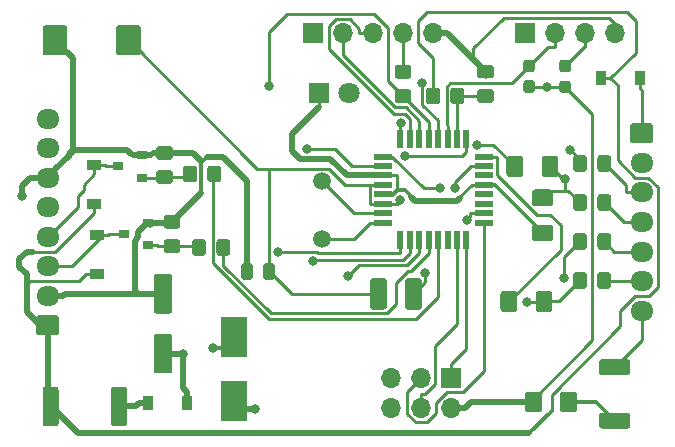
<source format=gtl>
G04 #@! TF.GenerationSoftware,KiCad,Pcbnew,5.0.2-bee76a0~70~ubuntu18.04.1*
G04 #@! TF.CreationDate,2020-01-04T15:46:48+02:00*
G04 #@! TF.ProjectId,swbb_node,73776262-5f6e-46f6-9465-2e6b69636164,rev?*
G04 #@! TF.SameCoordinates,Original*
G04 #@! TF.FileFunction,Copper,L1,Top*
G04 #@! TF.FilePolarity,Positive*
%FSLAX46Y46*%
G04 Gerber Fmt 4.6, Leading zero omitted, Abs format (unit mm)*
G04 Created by KiCad (PCBNEW 5.0.2-bee76a0~70~ubuntu18.04.1) date Сб 04 янв 2020 15:46:48*
%MOMM*%
%LPD*%
G01*
G04 APERTURE LIST*
G04 #@! TA.AperFunction,Conductor*
%ADD10C,0.100000*%
G04 #@! TD*
G04 #@! TA.AperFunction,SMDPad,CuDef*
%ADD11C,1.425000*%
G04 #@! TD*
G04 #@! TA.AperFunction,ComponentPad*
%ADD12C,1.800000*%
G04 #@! TD*
G04 #@! TA.AperFunction,ComponentPad*
%ADD13R,1.800000X1.800000*%
G04 #@! TD*
G04 #@! TA.AperFunction,SMDPad,CuDef*
%ADD14C,0.975000*%
G04 #@! TD*
G04 #@! TA.AperFunction,SMDPad,CuDef*
%ADD15C,1.150000*%
G04 #@! TD*
G04 #@! TA.AperFunction,ComponentPad*
%ADD16O,1.950000X1.700000*%
G04 #@! TD*
G04 #@! TA.AperFunction,ComponentPad*
%ADD17C,1.700000*%
G04 #@! TD*
G04 #@! TA.AperFunction,ComponentPad*
%ADD18O,1.700000X1.700000*%
G04 #@! TD*
G04 #@! TA.AperFunction,ComponentPad*
%ADD19R,1.700000X1.700000*%
G04 #@! TD*
G04 #@! TA.AperFunction,SMDPad,CuDef*
%ADD20R,0.900000X1.200000*%
G04 #@! TD*
G04 #@! TA.AperFunction,SMDPad,CuDef*
%ADD21R,1.200000X0.900000*%
G04 #@! TD*
G04 #@! TA.AperFunction,SMDPad,CuDef*
%ADD22R,0.900000X0.800000*%
G04 #@! TD*
G04 #@! TA.AperFunction,SMDPad,CuDef*
%ADD23C,0.950000*%
G04 #@! TD*
G04 #@! TA.AperFunction,SMDPad,CuDef*
%ADD24C,1.350000*%
G04 #@! TD*
G04 #@! TA.AperFunction,SMDPad,CuDef*
%ADD25C,1.600000*%
G04 #@! TD*
G04 #@! TA.AperFunction,SMDPad,CuDef*
%ADD26C,2.075000*%
G04 #@! TD*
G04 #@! TA.AperFunction,ComponentPad*
%ADD27C,1.500000*%
G04 #@! TD*
G04 #@! TA.AperFunction,SMDPad,CuDef*
%ADD28R,2.300000X3.500000*%
G04 #@! TD*
G04 #@! TA.AperFunction,SMDPad,CuDef*
%ADD29R,0.550000X1.600000*%
G04 #@! TD*
G04 #@! TA.AperFunction,SMDPad,CuDef*
%ADD30R,1.600000X0.550000*%
G04 #@! TD*
G04 #@! TA.AperFunction,ViaPad*
%ADD31C,0.800000*%
G04 #@! TD*
G04 #@! TA.AperFunction,Conductor*
%ADD32C,0.250000*%
G04 #@! TD*
G04 #@! TA.AperFunction,Conductor*
%ADD33C,0.500000*%
G04 #@! TD*
G04 #@! TA.AperFunction,Conductor*
%ADD34C,0.300000*%
G04 #@! TD*
G04 APERTURE END LIST*
D10*
G04 #@! TO.N,+5V*
G04 #@! TO.C,D12*
G36*
X111103504Y-158384204D02*
X111127773Y-158387804D01*
X111151571Y-158393765D01*
X111174671Y-158402030D01*
X111196849Y-158412520D01*
X111217893Y-158425133D01*
X111237598Y-158439747D01*
X111255777Y-158456223D01*
X111272253Y-158474402D01*
X111286867Y-158494107D01*
X111299480Y-158515151D01*
X111309970Y-158537329D01*
X111318235Y-158560429D01*
X111324196Y-158584227D01*
X111327796Y-158608496D01*
X111329000Y-158633000D01*
X111329000Y-159883000D01*
X111327796Y-159907504D01*
X111324196Y-159931773D01*
X111318235Y-159955571D01*
X111309970Y-159978671D01*
X111299480Y-160000849D01*
X111286867Y-160021893D01*
X111272253Y-160041598D01*
X111255777Y-160059777D01*
X111237598Y-160076253D01*
X111217893Y-160090867D01*
X111196849Y-160103480D01*
X111174671Y-160113970D01*
X111151571Y-160122235D01*
X111127773Y-160128196D01*
X111103504Y-160131796D01*
X111079000Y-160133000D01*
X110154000Y-160133000D01*
X110129496Y-160131796D01*
X110105227Y-160128196D01*
X110081429Y-160122235D01*
X110058329Y-160113970D01*
X110036151Y-160103480D01*
X110015107Y-160090867D01*
X109995402Y-160076253D01*
X109977223Y-160059777D01*
X109960747Y-160041598D01*
X109946133Y-160021893D01*
X109933520Y-160000849D01*
X109923030Y-159978671D01*
X109914765Y-159955571D01*
X109908804Y-159931773D01*
X109905204Y-159907504D01*
X109904000Y-159883000D01*
X109904000Y-158633000D01*
X109905204Y-158608496D01*
X109908804Y-158584227D01*
X109914765Y-158560429D01*
X109923030Y-158537329D01*
X109933520Y-158515151D01*
X109946133Y-158494107D01*
X109960747Y-158474402D01*
X109977223Y-158456223D01*
X109995402Y-158439747D01*
X110015107Y-158425133D01*
X110036151Y-158412520D01*
X110058329Y-158402030D01*
X110081429Y-158393765D01*
X110105227Y-158387804D01*
X110129496Y-158384204D01*
X110154000Y-158383000D01*
X111079000Y-158383000D01*
X111103504Y-158384204D01*
X111103504Y-158384204D01*
G37*
D11*
G04 #@! TD*
G04 #@! TO.P,D12,2*
G04 #@! TO.N,+5V*
X110616500Y-159258000D03*
D10*
G04 #@! TO.N,Net-(D12-Pad1)*
G04 #@! TO.C,D12*
G36*
X114078504Y-158384204D02*
X114102773Y-158387804D01*
X114126571Y-158393765D01*
X114149671Y-158402030D01*
X114171849Y-158412520D01*
X114192893Y-158425133D01*
X114212598Y-158439747D01*
X114230777Y-158456223D01*
X114247253Y-158474402D01*
X114261867Y-158494107D01*
X114274480Y-158515151D01*
X114284970Y-158537329D01*
X114293235Y-158560429D01*
X114299196Y-158584227D01*
X114302796Y-158608496D01*
X114304000Y-158633000D01*
X114304000Y-159883000D01*
X114302796Y-159907504D01*
X114299196Y-159931773D01*
X114293235Y-159955571D01*
X114284970Y-159978671D01*
X114274480Y-160000849D01*
X114261867Y-160021893D01*
X114247253Y-160041598D01*
X114230777Y-160059777D01*
X114212598Y-160076253D01*
X114192893Y-160090867D01*
X114171849Y-160103480D01*
X114149671Y-160113970D01*
X114126571Y-160122235D01*
X114102773Y-160128196D01*
X114078504Y-160131796D01*
X114054000Y-160133000D01*
X113129000Y-160133000D01*
X113104496Y-160131796D01*
X113080227Y-160128196D01*
X113056429Y-160122235D01*
X113033329Y-160113970D01*
X113011151Y-160103480D01*
X112990107Y-160090867D01*
X112970402Y-160076253D01*
X112952223Y-160059777D01*
X112935747Y-160041598D01*
X112921133Y-160021893D01*
X112908520Y-160000849D01*
X112898030Y-159978671D01*
X112889765Y-159955571D01*
X112883804Y-159931773D01*
X112880204Y-159907504D01*
X112879000Y-159883000D01*
X112879000Y-158633000D01*
X112880204Y-158608496D01*
X112883804Y-158584227D01*
X112889765Y-158560429D01*
X112898030Y-158537329D01*
X112908520Y-158515151D01*
X112921133Y-158494107D01*
X112935747Y-158474402D01*
X112952223Y-158456223D01*
X112970402Y-158439747D01*
X112990107Y-158425133D01*
X113011151Y-158412520D01*
X113033329Y-158402030D01*
X113056429Y-158393765D01*
X113080227Y-158387804D01*
X113104496Y-158384204D01*
X113129000Y-158383000D01*
X114054000Y-158383000D01*
X114078504Y-158384204D01*
X114078504Y-158384204D01*
G37*
D11*
G04 #@! TD*
G04 #@! TO.P,D12,1*
G04 #@! TO.N,Net-(D12-Pad1)*
X113591500Y-159258000D03*
D12*
G04 #@! TO.P,D15,2*
G04 #@! TO.N,Net-(D15-Pad2)*
X94996000Y-133096000D03*
D13*
G04 #@! TO.P,D15,1*
G04 #@! TO.N,GND*
X92456000Y-133096000D03*
G04 #@! TD*
D10*
G04 #@! TO.N,GND*
G04 #@! TO.C,C15*
G36*
X86627642Y-147510174D02*
X86651303Y-147513684D01*
X86674507Y-147519496D01*
X86697029Y-147527554D01*
X86718653Y-147537782D01*
X86739170Y-147550079D01*
X86758383Y-147564329D01*
X86776107Y-147580393D01*
X86792171Y-147598117D01*
X86806421Y-147617330D01*
X86818718Y-147637847D01*
X86828946Y-147659471D01*
X86837004Y-147681993D01*
X86842816Y-147705197D01*
X86846326Y-147728858D01*
X86847500Y-147752750D01*
X86847500Y-148665250D01*
X86846326Y-148689142D01*
X86842816Y-148712803D01*
X86837004Y-148736007D01*
X86828946Y-148758529D01*
X86818718Y-148780153D01*
X86806421Y-148800670D01*
X86792171Y-148819883D01*
X86776107Y-148837607D01*
X86758383Y-148853671D01*
X86739170Y-148867921D01*
X86718653Y-148880218D01*
X86697029Y-148890446D01*
X86674507Y-148898504D01*
X86651303Y-148904316D01*
X86627642Y-148907826D01*
X86603750Y-148909000D01*
X86116250Y-148909000D01*
X86092358Y-148907826D01*
X86068697Y-148904316D01*
X86045493Y-148898504D01*
X86022971Y-148890446D01*
X86001347Y-148880218D01*
X85980830Y-148867921D01*
X85961617Y-148853671D01*
X85943893Y-148837607D01*
X85927829Y-148819883D01*
X85913579Y-148800670D01*
X85901282Y-148780153D01*
X85891054Y-148758529D01*
X85882996Y-148736007D01*
X85877184Y-148712803D01*
X85873674Y-148689142D01*
X85872500Y-148665250D01*
X85872500Y-147752750D01*
X85873674Y-147728858D01*
X85877184Y-147705197D01*
X85882996Y-147681993D01*
X85891054Y-147659471D01*
X85901282Y-147637847D01*
X85913579Y-147617330D01*
X85927829Y-147598117D01*
X85943893Y-147580393D01*
X85961617Y-147564329D01*
X85980830Y-147550079D01*
X86001347Y-147537782D01*
X86022971Y-147527554D01*
X86045493Y-147519496D01*
X86068697Y-147513684D01*
X86092358Y-147510174D01*
X86116250Y-147509000D01*
X86603750Y-147509000D01*
X86627642Y-147510174D01*
X86627642Y-147510174D01*
G37*
D14*
G04 #@! TD*
G04 #@! TO.P,C15,2*
G04 #@! TO.N,GND*
X86360000Y-148209000D03*
D10*
G04 #@! TO.N,+5V*
G04 #@! TO.C,C15*
G36*
X88502642Y-147510174D02*
X88526303Y-147513684D01*
X88549507Y-147519496D01*
X88572029Y-147527554D01*
X88593653Y-147537782D01*
X88614170Y-147550079D01*
X88633383Y-147564329D01*
X88651107Y-147580393D01*
X88667171Y-147598117D01*
X88681421Y-147617330D01*
X88693718Y-147637847D01*
X88703946Y-147659471D01*
X88712004Y-147681993D01*
X88717816Y-147705197D01*
X88721326Y-147728858D01*
X88722500Y-147752750D01*
X88722500Y-148665250D01*
X88721326Y-148689142D01*
X88717816Y-148712803D01*
X88712004Y-148736007D01*
X88703946Y-148758529D01*
X88693718Y-148780153D01*
X88681421Y-148800670D01*
X88667171Y-148819883D01*
X88651107Y-148837607D01*
X88633383Y-148853671D01*
X88614170Y-148867921D01*
X88593653Y-148880218D01*
X88572029Y-148890446D01*
X88549507Y-148898504D01*
X88526303Y-148904316D01*
X88502642Y-148907826D01*
X88478750Y-148909000D01*
X87991250Y-148909000D01*
X87967358Y-148907826D01*
X87943697Y-148904316D01*
X87920493Y-148898504D01*
X87897971Y-148890446D01*
X87876347Y-148880218D01*
X87855830Y-148867921D01*
X87836617Y-148853671D01*
X87818893Y-148837607D01*
X87802829Y-148819883D01*
X87788579Y-148800670D01*
X87776282Y-148780153D01*
X87766054Y-148758529D01*
X87757996Y-148736007D01*
X87752184Y-148712803D01*
X87748674Y-148689142D01*
X87747500Y-148665250D01*
X87747500Y-147752750D01*
X87748674Y-147728858D01*
X87752184Y-147705197D01*
X87757996Y-147681993D01*
X87766054Y-147659471D01*
X87776282Y-147637847D01*
X87788579Y-147617330D01*
X87802829Y-147598117D01*
X87818893Y-147580393D01*
X87836617Y-147564329D01*
X87855830Y-147550079D01*
X87876347Y-147537782D01*
X87897971Y-147527554D01*
X87920493Y-147519496D01*
X87943697Y-147513684D01*
X87967358Y-147510174D01*
X87991250Y-147509000D01*
X88478750Y-147509000D01*
X88502642Y-147510174D01*
X88502642Y-147510174D01*
G37*
D14*
G04 #@! TD*
G04 #@! TO.P,C15,1*
G04 #@! TO.N,+5V*
X88235000Y-148209000D03*
D10*
G04 #@! TO.N,Net-(C16-Pad2)*
G04 #@! TO.C,C16*
G36*
X100042505Y-130735204D02*
X100066773Y-130738804D01*
X100090572Y-130744765D01*
X100113671Y-130753030D01*
X100135850Y-130763520D01*
X100156893Y-130776132D01*
X100176599Y-130790747D01*
X100194777Y-130807223D01*
X100211253Y-130825401D01*
X100225868Y-130845107D01*
X100238480Y-130866150D01*
X100248970Y-130888329D01*
X100257235Y-130911428D01*
X100263196Y-130935227D01*
X100266796Y-130959495D01*
X100268000Y-130983999D01*
X100268000Y-131634001D01*
X100266796Y-131658505D01*
X100263196Y-131682773D01*
X100257235Y-131706572D01*
X100248970Y-131729671D01*
X100238480Y-131751850D01*
X100225868Y-131772893D01*
X100211253Y-131792599D01*
X100194777Y-131810777D01*
X100176599Y-131827253D01*
X100156893Y-131841868D01*
X100135850Y-131854480D01*
X100113671Y-131864970D01*
X100090572Y-131873235D01*
X100066773Y-131879196D01*
X100042505Y-131882796D01*
X100018001Y-131884000D01*
X99117999Y-131884000D01*
X99093495Y-131882796D01*
X99069227Y-131879196D01*
X99045428Y-131873235D01*
X99022329Y-131864970D01*
X99000150Y-131854480D01*
X98979107Y-131841868D01*
X98959401Y-131827253D01*
X98941223Y-131810777D01*
X98924747Y-131792599D01*
X98910132Y-131772893D01*
X98897520Y-131751850D01*
X98887030Y-131729671D01*
X98878765Y-131706572D01*
X98872804Y-131682773D01*
X98869204Y-131658505D01*
X98868000Y-131634001D01*
X98868000Y-130983999D01*
X98869204Y-130959495D01*
X98872804Y-130935227D01*
X98878765Y-130911428D01*
X98887030Y-130888329D01*
X98897520Y-130866150D01*
X98910132Y-130845107D01*
X98924747Y-130825401D01*
X98941223Y-130807223D01*
X98959401Y-130790747D01*
X98979107Y-130776132D01*
X99000150Y-130763520D01*
X99022329Y-130753030D01*
X99045428Y-130744765D01*
X99069227Y-130738804D01*
X99093495Y-130735204D01*
X99117999Y-130734000D01*
X100018001Y-130734000D01*
X100042505Y-130735204D01*
X100042505Y-130735204D01*
G37*
D15*
G04 #@! TD*
G04 #@! TO.P,C16,2*
G04 #@! TO.N,Net-(C16-Pad2)*
X99568000Y-131309000D03*
D10*
G04 #@! TO.N,Reset*
G04 #@! TO.C,C16*
G36*
X100042505Y-132785204D02*
X100066773Y-132788804D01*
X100090572Y-132794765D01*
X100113671Y-132803030D01*
X100135850Y-132813520D01*
X100156893Y-132826132D01*
X100176599Y-132840747D01*
X100194777Y-132857223D01*
X100211253Y-132875401D01*
X100225868Y-132895107D01*
X100238480Y-132916150D01*
X100248970Y-132938329D01*
X100257235Y-132961428D01*
X100263196Y-132985227D01*
X100266796Y-133009495D01*
X100268000Y-133033999D01*
X100268000Y-133684001D01*
X100266796Y-133708505D01*
X100263196Y-133732773D01*
X100257235Y-133756572D01*
X100248970Y-133779671D01*
X100238480Y-133801850D01*
X100225868Y-133822893D01*
X100211253Y-133842599D01*
X100194777Y-133860777D01*
X100176599Y-133877253D01*
X100156893Y-133891868D01*
X100135850Y-133904480D01*
X100113671Y-133914970D01*
X100090572Y-133923235D01*
X100066773Y-133929196D01*
X100042505Y-133932796D01*
X100018001Y-133934000D01*
X99117999Y-133934000D01*
X99093495Y-133932796D01*
X99069227Y-133929196D01*
X99045428Y-133923235D01*
X99022329Y-133914970D01*
X99000150Y-133904480D01*
X98979107Y-133891868D01*
X98959401Y-133877253D01*
X98941223Y-133860777D01*
X98924747Y-133842599D01*
X98910132Y-133822893D01*
X98897520Y-133801850D01*
X98887030Y-133779671D01*
X98878765Y-133756572D01*
X98872804Y-133732773D01*
X98869204Y-133708505D01*
X98868000Y-133684001D01*
X98868000Y-133033999D01*
X98869204Y-133009495D01*
X98872804Y-132985227D01*
X98878765Y-132961428D01*
X98887030Y-132938329D01*
X98897520Y-132916150D01*
X98910132Y-132895107D01*
X98924747Y-132875401D01*
X98941223Y-132857223D01*
X98959401Y-132840747D01*
X98979107Y-132826132D01*
X99000150Y-132813520D01*
X99022329Y-132803030D01*
X99045428Y-132794765D01*
X99069227Y-132788804D01*
X99093495Y-132785204D01*
X99117999Y-132784000D01*
X100018001Y-132784000D01*
X100042505Y-132785204D01*
X100042505Y-132785204D01*
G37*
D15*
G04 #@! TD*
G04 #@! TO.P,C16,1*
G04 #@! TO.N,Reset*
X99568000Y-133359000D03*
D16*
G04 #@! TO.P,J2,7*
G04 #@! TO.N,Net-(F1-Pad1)*
X119761000Y-151525000D03*
G04 #@! TO.P,J2,6*
G04 #@! TO.N,Net-(J2-Pad6)*
X119761000Y-149025000D03*
G04 #@! TO.P,J2,5*
G04 #@! TO.N,Net-(J2-Pad5)*
X119761000Y-146525000D03*
G04 #@! TO.P,J2,4*
G04 #@! TO.N,Net-(J2-Pad4)*
X119761000Y-144025000D03*
G04 #@! TO.P,J2,3*
G04 #@! TO.N,Net-(J2-Pad3)*
X119761000Y-141525000D03*
G04 #@! TO.P,J2,2*
G04 #@! TO.N,GND*
X119761000Y-139025000D03*
D10*
G04 #@! TD*
G04 #@! TO.N,Net-(D11-Pad1)*
G04 #@! TO.C,J2*
G36*
X120510504Y-135676204D02*
X120534773Y-135679804D01*
X120558571Y-135685765D01*
X120581671Y-135694030D01*
X120603849Y-135704520D01*
X120624893Y-135717133D01*
X120644598Y-135731747D01*
X120662777Y-135748223D01*
X120679253Y-135766402D01*
X120693867Y-135786107D01*
X120706480Y-135807151D01*
X120716970Y-135829329D01*
X120725235Y-135852429D01*
X120731196Y-135876227D01*
X120734796Y-135900496D01*
X120736000Y-135925000D01*
X120736000Y-137125000D01*
X120734796Y-137149504D01*
X120731196Y-137173773D01*
X120725235Y-137197571D01*
X120716970Y-137220671D01*
X120706480Y-137242849D01*
X120693867Y-137263893D01*
X120679253Y-137283598D01*
X120662777Y-137301777D01*
X120644598Y-137318253D01*
X120624893Y-137332867D01*
X120603849Y-137345480D01*
X120581671Y-137355970D01*
X120558571Y-137364235D01*
X120534773Y-137370196D01*
X120510504Y-137373796D01*
X120486000Y-137375000D01*
X119036000Y-137375000D01*
X119011496Y-137373796D01*
X118987227Y-137370196D01*
X118963429Y-137364235D01*
X118940329Y-137355970D01*
X118918151Y-137345480D01*
X118897107Y-137332867D01*
X118877402Y-137318253D01*
X118859223Y-137301777D01*
X118842747Y-137283598D01*
X118828133Y-137263893D01*
X118815520Y-137242849D01*
X118805030Y-137220671D01*
X118796765Y-137197571D01*
X118790804Y-137173773D01*
X118787204Y-137149504D01*
X118786000Y-137125000D01*
X118786000Y-135925000D01*
X118787204Y-135900496D01*
X118790804Y-135876227D01*
X118796765Y-135852429D01*
X118805030Y-135829329D01*
X118815520Y-135807151D01*
X118828133Y-135786107D01*
X118842747Y-135766402D01*
X118859223Y-135748223D01*
X118877402Y-135731747D01*
X118897107Y-135717133D01*
X118918151Y-135704520D01*
X118940329Y-135694030D01*
X118963429Y-135685765D01*
X118987227Y-135679804D01*
X119011496Y-135676204D01*
X119036000Y-135675000D01*
X120486000Y-135675000D01*
X120510504Y-135676204D01*
X120510504Y-135676204D01*
G37*
D17*
G04 #@! TO.P,J2,1*
G04 #@! TO.N,Net-(D11-Pad1)*
X119761000Y-136525000D03*
G04 #@! TD*
D16*
G04 #@! TO.P,J1,8*
G04 #@! TO.N,Net-(J1-Pad8)*
X69469000Y-135281000D03*
G04 #@! TO.P,J1,7*
G04 #@! TO.N,Net-(J1-Pad7)*
X69469000Y-137781000D03*
G04 #@! TO.P,J1,6*
G04 #@! TO.N,GND*
X69469000Y-140281000D03*
G04 #@! TO.P,J1,5*
G04 #@! TO.N,Net-(J1-Pad5)*
X69469000Y-142781000D03*
G04 #@! TO.P,J1,4*
G04 #@! TO.N,Net-(D14-Pad2)*
X69469000Y-145281000D03*
G04 #@! TO.P,J1,3*
G04 #@! TO.N,Net-(D13-Pad2)*
X69469000Y-147781000D03*
G04 #@! TO.P,J1,2*
G04 #@! TO.N,GND*
X69469000Y-150281000D03*
D10*
G04 #@! TD*
G04 #@! TO.N,+12V*
G04 #@! TO.C,J1*
G36*
X70218504Y-151932204D02*
X70242773Y-151935804D01*
X70266571Y-151941765D01*
X70289671Y-151950030D01*
X70311849Y-151960520D01*
X70332893Y-151973133D01*
X70352598Y-151987747D01*
X70370777Y-152004223D01*
X70387253Y-152022402D01*
X70401867Y-152042107D01*
X70414480Y-152063151D01*
X70424970Y-152085329D01*
X70433235Y-152108429D01*
X70439196Y-152132227D01*
X70442796Y-152156496D01*
X70444000Y-152181000D01*
X70444000Y-153381000D01*
X70442796Y-153405504D01*
X70439196Y-153429773D01*
X70433235Y-153453571D01*
X70424970Y-153476671D01*
X70414480Y-153498849D01*
X70401867Y-153519893D01*
X70387253Y-153539598D01*
X70370777Y-153557777D01*
X70352598Y-153574253D01*
X70332893Y-153588867D01*
X70311849Y-153601480D01*
X70289671Y-153611970D01*
X70266571Y-153620235D01*
X70242773Y-153626196D01*
X70218504Y-153629796D01*
X70194000Y-153631000D01*
X68744000Y-153631000D01*
X68719496Y-153629796D01*
X68695227Y-153626196D01*
X68671429Y-153620235D01*
X68648329Y-153611970D01*
X68626151Y-153601480D01*
X68605107Y-153588867D01*
X68585402Y-153574253D01*
X68567223Y-153557777D01*
X68550747Y-153539598D01*
X68536133Y-153519893D01*
X68523520Y-153498849D01*
X68513030Y-153476671D01*
X68504765Y-153453571D01*
X68498804Y-153429773D01*
X68495204Y-153405504D01*
X68494000Y-153381000D01*
X68494000Y-152181000D01*
X68495204Y-152156496D01*
X68498804Y-152132227D01*
X68504765Y-152108429D01*
X68513030Y-152085329D01*
X68523520Y-152063151D01*
X68536133Y-152042107D01*
X68550747Y-152022402D01*
X68567223Y-152004223D01*
X68585402Y-151987747D01*
X68605107Y-151973133D01*
X68626151Y-151960520D01*
X68648329Y-151950030D01*
X68671429Y-151941765D01*
X68695227Y-151935804D01*
X68719496Y-151932204D01*
X68744000Y-151931000D01*
X70194000Y-151931000D01*
X70218504Y-151932204D01*
X70218504Y-151932204D01*
G37*
D17*
G04 #@! TO.P,J1,1*
G04 #@! TO.N,+12V*
X69469000Y-152781000D03*
G04 #@! TD*
D18*
G04 #@! TO.P,J3,4*
G04 #@! TO.N,GND*
X117475000Y-128016000D03*
G04 #@! TO.P,J3,3*
G04 #@! TO.N,A5_SCL*
X114935000Y-128016000D03*
G04 #@! TO.P,J3,2*
G04 #@! TO.N,A4_SDA*
X112395000Y-128016000D03*
D19*
G04 #@! TO.P,J3,1*
G04 #@! TO.N,+5V*
X109855000Y-128016000D03*
G04 #@! TD*
D18*
G04 #@! TO.P,J4,5*
G04 #@! TO.N,GND*
X102108000Y-128016000D03*
G04 #@! TO.P,J4,4*
G04 #@! TO.N,Net-(C16-Pad2)*
X99568000Y-128016000D03*
G04 #@! TO.P,J4,3*
G04 #@! TO.N,D1_TX*
X97028000Y-128016000D03*
G04 #@! TO.P,J4,2*
G04 #@! TO.N,D0_RX*
X94488000Y-128016000D03*
D19*
G04 #@! TO.P,J4,1*
G04 #@! TO.N,Net-(D16-Pad2)*
X91948000Y-128016000D03*
G04 #@! TD*
D18*
G04 #@! TO.P,J5,6*
G04 #@! TO.N,GND*
X98552000Y-159766000D03*
G04 #@! TO.P,J5,5*
G04 #@! TO.N,Reset*
X98552000Y-157226000D03*
G04 #@! TO.P,J5,4*
G04 #@! TO.N,D11_MOSI*
X101092000Y-159766000D03*
G04 #@! TO.P,J5,3*
G04 #@! TO.N,D13_SCK*
X101092000Y-157226000D03*
G04 #@! TO.P,J5,2*
G04 #@! TO.N,+5V*
X103632000Y-159766000D03*
D19*
G04 #@! TO.P,J5,1*
G04 #@! TO.N,D12_MISO*
X103632000Y-157226000D03*
G04 #@! TD*
D20*
G04 #@! TO.P,D11,2*
G04 #@! TO.N,+12V*
X116332000Y-131826000D03*
G04 #@! TO.P,D11,1*
G04 #@! TO.N,Net-(D11-Pad1)*
X119632000Y-131826000D03*
G04 #@! TD*
D21*
G04 #@! TO.P,D14,2*
G04 #@! TO.N,Net-(D14-Pad2)*
X73406000Y-139193000D03*
G04 #@! TO.P,D14,1*
G04 #@! TO.N,+12V*
X73406000Y-142493000D03*
G04 #@! TD*
G04 #@! TO.P,D13,2*
G04 #@! TO.N,Net-(D13-Pad2)*
X73660000Y-145161000D03*
G04 #@! TO.P,D13,1*
G04 #@! TO.N,+12V*
X73660000Y-148461000D03*
G04 #@! TD*
D22*
G04 #@! TO.P,Q1,3*
G04 #@! TO.N,Net-(D13-Pad2)*
X75962000Y-145034000D03*
G04 #@! TO.P,Q1,2*
G04 #@! TO.N,GND*
X77962000Y-144084000D03*
G04 #@! TO.P,Q1,1*
G04 #@! TO.N,Net-(Q1-Pad1)*
X77962000Y-145984000D03*
G04 #@! TD*
G04 #@! TO.P,Q2,3*
G04 #@! TO.N,Net-(D14-Pad2)*
X75454000Y-139319000D03*
G04 #@! TO.P,Q2,2*
G04 #@! TO.N,GND*
X77454000Y-138369000D03*
G04 #@! TO.P,Q2,1*
G04 #@! TO.N,Net-(Q2-Pad1)*
X77454000Y-140269000D03*
G04 #@! TD*
D10*
G04 #@! TO.N,+5V*
G04 #@! TO.C,R28*
G36*
X110496779Y-132036144D02*
X110519834Y-132039563D01*
X110542443Y-132045227D01*
X110564387Y-132053079D01*
X110585457Y-132063044D01*
X110605448Y-132075026D01*
X110624168Y-132088910D01*
X110641438Y-132104562D01*
X110657090Y-132121832D01*
X110670974Y-132140552D01*
X110682956Y-132160543D01*
X110692921Y-132181613D01*
X110700773Y-132203557D01*
X110706437Y-132226166D01*
X110709856Y-132249221D01*
X110711000Y-132272500D01*
X110711000Y-132847500D01*
X110709856Y-132870779D01*
X110706437Y-132893834D01*
X110700773Y-132916443D01*
X110692921Y-132938387D01*
X110682956Y-132959457D01*
X110670974Y-132979448D01*
X110657090Y-132998168D01*
X110641438Y-133015438D01*
X110624168Y-133031090D01*
X110605448Y-133044974D01*
X110585457Y-133056956D01*
X110564387Y-133066921D01*
X110542443Y-133074773D01*
X110519834Y-133080437D01*
X110496779Y-133083856D01*
X110473500Y-133085000D01*
X109998500Y-133085000D01*
X109975221Y-133083856D01*
X109952166Y-133080437D01*
X109929557Y-133074773D01*
X109907613Y-133066921D01*
X109886543Y-133056956D01*
X109866552Y-133044974D01*
X109847832Y-133031090D01*
X109830562Y-133015438D01*
X109814910Y-132998168D01*
X109801026Y-132979448D01*
X109789044Y-132959457D01*
X109779079Y-132938387D01*
X109771227Y-132916443D01*
X109765563Y-132893834D01*
X109762144Y-132870779D01*
X109761000Y-132847500D01*
X109761000Y-132272500D01*
X109762144Y-132249221D01*
X109765563Y-132226166D01*
X109771227Y-132203557D01*
X109779079Y-132181613D01*
X109789044Y-132160543D01*
X109801026Y-132140552D01*
X109814910Y-132121832D01*
X109830562Y-132104562D01*
X109847832Y-132088910D01*
X109866552Y-132075026D01*
X109886543Y-132063044D01*
X109907613Y-132053079D01*
X109929557Y-132045227D01*
X109952166Y-132039563D01*
X109975221Y-132036144D01*
X109998500Y-132035000D01*
X110473500Y-132035000D01*
X110496779Y-132036144D01*
X110496779Y-132036144D01*
G37*
D23*
G04 #@! TD*
G04 #@! TO.P,R28,2*
G04 #@! TO.N,+5V*
X110236000Y-132560000D03*
D10*
G04 #@! TO.N,A4_SDA*
G04 #@! TO.C,R28*
G36*
X110496779Y-130286144D02*
X110519834Y-130289563D01*
X110542443Y-130295227D01*
X110564387Y-130303079D01*
X110585457Y-130313044D01*
X110605448Y-130325026D01*
X110624168Y-130338910D01*
X110641438Y-130354562D01*
X110657090Y-130371832D01*
X110670974Y-130390552D01*
X110682956Y-130410543D01*
X110692921Y-130431613D01*
X110700773Y-130453557D01*
X110706437Y-130476166D01*
X110709856Y-130499221D01*
X110711000Y-130522500D01*
X110711000Y-131097500D01*
X110709856Y-131120779D01*
X110706437Y-131143834D01*
X110700773Y-131166443D01*
X110692921Y-131188387D01*
X110682956Y-131209457D01*
X110670974Y-131229448D01*
X110657090Y-131248168D01*
X110641438Y-131265438D01*
X110624168Y-131281090D01*
X110605448Y-131294974D01*
X110585457Y-131306956D01*
X110564387Y-131316921D01*
X110542443Y-131324773D01*
X110519834Y-131330437D01*
X110496779Y-131333856D01*
X110473500Y-131335000D01*
X109998500Y-131335000D01*
X109975221Y-131333856D01*
X109952166Y-131330437D01*
X109929557Y-131324773D01*
X109907613Y-131316921D01*
X109886543Y-131306956D01*
X109866552Y-131294974D01*
X109847832Y-131281090D01*
X109830562Y-131265438D01*
X109814910Y-131248168D01*
X109801026Y-131229448D01*
X109789044Y-131209457D01*
X109779079Y-131188387D01*
X109771227Y-131166443D01*
X109765563Y-131143834D01*
X109762144Y-131120779D01*
X109761000Y-131097500D01*
X109761000Y-130522500D01*
X109762144Y-130499221D01*
X109765563Y-130476166D01*
X109771227Y-130453557D01*
X109779079Y-130431613D01*
X109789044Y-130410543D01*
X109801026Y-130390552D01*
X109814910Y-130371832D01*
X109830562Y-130354562D01*
X109847832Y-130338910D01*
X109866552Y-130325026D01*
X109886543Y-130313044D01*
X109907613Y-130303079D01*
X109929557Y-130295227D01*
X109952166Y-130289563D01*
X109975221Y-130286144D01*
X109998500Y-130285000D01*
X110473500Y-130285000D01*
X110496779Y-130286144D01*
X110496779Y-130286144D01*
G37*
D23*
G04 #@! TD*
G04 #@! TO.P,R28,1*
G04 #@! TO.N,A4_SDA*
X110236000Y-130810000D03*
D10*
G04 #@! TO.N,+5V*
G04 #@! TO.C,R29*
G36*
X113544779Y-132050144D02*
X113567834Y-132053563D01*
X113590443Y-132059227D01*
X113612387Y-132067079D01*
X113633457Y-132077044D01*
X113653448Y-132089026D01*
X113672168Y-132102910D01*
X113689438Y-132118562D01*
X113705090Y-132135832D01*
X113718974Y-132154552D01*
X113730956Y-132174543D01*
X113740921Y-132195613D01*
X113748773Y-132217557D01*
X113754437Y-132240166D01*
X113757856Y-132263221D01*
X113759000Y-132286500D01*
X113759000Y-132861500D01*
X113757856Y-132884779D01*
X113754437Y-132907834D01*
X113748773Y-132930443D01*
X113740921Y-132952387D01*
X113730956Y-132973457D01*
X113718974Y-132993448D01*
X113705090Y-133012168D01*
X113689438Y-133029438D01*
X113672168Y-133045090D01*
X113653448Y-133058974D01*
X113633457Y-133070956D01*
X113612387Y-133080921D01*
X113590443Y-133088773D01*
X113567834Y-133094437D01*
X113544779Y-133097856D01*
X113521500Y-133099000D01*
X113046500Y-133099000D01*
X113023221Y-133097856D01*
X113000166Y-133094437D01*
X112977557Y-133088773D01*
X112955613Y-133080921D01*
X112934543Y-133070956D01*
X112914552Y-133058974D01*
X112895832Y-133045090D01*
X112878562Y-133029438D01*
X112862910Y-133012168D01*
X112849026Y-132993448D01*
X112837044Y-132973457D01*
X112827079Y-132952387D01*
X112819227Y-132930443D01*
X112813563Y-132907834D01*
X112810144Y-132884779D01*
X112809000Y-132861500D01*
X112809000Y-132286500D01*
X112810144Y-132263221D01*
X112813563Y-132240166D01*
X112819227Y-132217557D01*
X112827079Y-132195613D01*
X112837044Y-132174543D01*
X112849026Y-132154552D01*
X112862910Y-132135832D01*
X112878562Y-132118562D01*
X112895832Y-132102910D01*
X112914552Y-132089026D01*
X112934543Y-132077044D01*
X112955613Y-132067079D01*
X112977557Y-132059227D01*
X113000166Y-132053563D01*
X113023221Y-132050144D01*
X113046500Y-132049000D01*
X113521500Y-132049000D01*
X113544779Y-132050144D01*
X113544779Y-132050144D01*
G37*
D23*
G04 #@! TD*
G04 #@! TO.P,R29,2*
G04 #@! TO.N,+5V*
X113284000Y-132574000D03*
D10*
G04 #@! TO.N,A5_SCL*
G04 #@! TO.C,R29*
G36*
X113544779Y-130300144D02*
X113567834Y-130303563D01*
X113590443Y-130309227D01*
X113612387Y-130317079D01*
X113633457Y-130327044D01*
X113653448Y-130339026D01*
X113672168Y-130352910D01*
X113689438Y-130368562D01*
X113705090Y-130385832D01*
X113718974Y-130404552D01*
X113730956Y-130424543D01*
X113740921Y-130445613D01*
X113748773Y-130467557D01*
X113754437Y-130490166D01*
X113757856Y-130513221D01*
X113759000Y-130536500D01*
X113759000Y-131111500D01*
X113757856Y-131134779D01*
X113754437Y-131157834D01*
X113748773Y-131180443D01*
X113740921Y-131202387D01*
X113730956Y-131223457D01*
X113718974Y-131243448D01*
X113705090Y-131262168D01*
X113689438Y-131279438D01*
X113672168Y-131295090D01*
X113653448Y-131308974D01*
X113633457Y-131320956D01*
X113612387Y-131330921D01*
X113590443Y-131338773D01*
X113567834Y-131344437D01*
X113544779Y-131347856D01*
X113521500Y-131349000D01*
X113046500Y-131349000D01*
X113023221Y-131347856D01*
X113000166Y-131344437D01*
X112977557Y-131338773D01*
X112955613Y-131330921D01*
X112934543Y-131320956D01*
X112914552Y-131308974D01*
X112895832Y-131295090D01*
X112878562Y-131279438D01*
X112862910Y-131262168D01*
X112849026Y-131243448D01*
X112837044Y-131223457D01*
X112827079Y-131202387D01*
X112819227Y-131180443D01*
X112813563Y-131157834D01*
X112810144Y-131134779D01*
X112809000Y-131111500D01*
X112809000Y-130536500D01*
X112810144Y-130513221D01*
X112813563Y-130490166D01*
X112819227Y-130467557D01*
X112827079Y-130445613D01*
X112837044Y-130424543D01*
X112849026Y-130404552D01*
X112862910Y-130385832D01*
X112878562Y-130368562D01*
X112895832Y-130352910D01*
X112914552Y-130339026D01*
X112934543Y-130327044D01*
X112955613Y-130317079D01*
X112977557Y-130309227D01*
X113000166Y-130303563D01*
X113023221Y-130300144D01*
X113046500Y-130299000D01*
X113521500Y-130299000D01*
X113544779Y-130300144D01*
X113544779Y-130300144D01*
G37*
D23*
G04 #@! TD*
G04 #@! TO.P,R29,1*
G04 #@! TO.N,A5_SCL*
X113284000Y-130824000D03*
D10*
G04 #@! TO.N,Net-(Q1-Pad1)*
G04 #@! TO.C,R15*
G36*
X80484505Y-145485204D02*
X80508773Y-145488804D01*
X80532572Y-145494765D01*
X80555671Y-145503030D01*
X80577850Y-145513520D01*
X80598893Y-145526132D01*
X80618599Y-145540747D01*
X80636777Y-145557223D01*
X80653253Y-145575401D01*
X80667868Y-145595107D01*
X80680480Y-145616150D01*
X80690970Y-145638329D01*
X80699235Y-145661428D01*
X80705196Y-145685227D01*
X80708796Y-145709495D01*
X80710000Y-145733999D01*
X80710000Y-146384001D01*
X80708796Y-146408505D01*
X80705196Y-146432773D01*
X80699235Y-146456572D01*
X80690970Y-146479671D01*
X80680480Y-146501850D01*
X80667868Y-146522893D01*
X80653253Y-146542599D01*
X80636777Y-146560777D01*
X80618599Y-146577253D01*
X80598893Y-146591868D01*
X80577850Y-146604480D01*
X80555671Y-146614970D01*
X80532572Y-146623235D01*
X80508773Y-146629196D01*
X80484505Y-146632796D01*
X80460001Y-146634000D01*
X79559999Y-146634000D01*
X79535495Y-146632796D01*
X79511227Y-146629196D01*
X79487428Y-146623235D01*
X79464329Y-146614970D01*
X79442150Y-146604480D01*
X79421107Y-146591868D01*
X79401401Y-146577253D01*
X79383223Y-146560777D01*
X79366747Y-146542599D01*
X79352132Y-146522893D01*
X79339520Y-146501850D01*
X79329030Y-146479671D01*
X79320765Y-146456572D01*
X79314804Y-146432773D01*
X79311204Y-146408505D01*
X79310000Y-146384001D01*
X79310000Y-145733999D01*
X79311204Y-145709495D01*
X79314804Y-145685227D01*
X79320765Y-145661428D01*
X79329030Y-145638329D01*
X79339520Y-145616150D01*
X79352132Y-145595107D01*
X79366747Y-145575401D01*
X79383223Y-145557223D01*
X79401401Y-145540747D01*
X79421107Y-145526132D01*
X79442150Y-145513520D01*
X79464329Y-145503030D01*
X79487428Y-145494765D01*
X79511227Y-145488804D01*
X79535495Y-145485204D01*
X79559999Y-145484000D01*
X80460001Y-145484000D01*
X80484505Y-145485204D01*
X80484505Y-145485204D01*
G37*
D15*
G04 #@! TD*
G04 #@! TO.P,R15,2*
G04 #@! TO.N,Net-(Q1-Pad1)*
X80010000Y-146059000D03*
D10*
G04 #@! TO.N,GND*
G04 #@! TO.C,R15*
G36*
X80484505Y-143435204D02*
X80508773Y-143438804D01*
X80532572Y-143444765D01*
X80555671Y-143453030D01*
X80577850Y-143463520D01*
X80598893Y-143476132D01*
X80618599Y-143490747D01*
X80636777Y-143507223D01*
X80653253Y-143525401D01*
X80667868Y-143545107D01*
X80680480Y-143566150D01*
X80690970Y-143588329D01*
X80699235Y-143611428D01*
X80705196Y-143635227D01*
X80708796Y-143659495D01*
X80710000Y-143683999D01*
X80710000Y-144334001D01*
X80708796Y-144358505D01*
X80705196Y-144382773D01*
X80699235Y-144406572D01*
X80690970Y-144429671D01*
X80680480Y-144451850D01*
X80667868Y-144472893D01*
X80653253Y-144492599D01*
X80636777Y-144510777D01*
X80618599Y-144527253D01*
X80598893Y-144541868D01*
X80577850Y-144554480D01*
X80555671Y-144564970D01*
X80532572Y-144573235D01*
X80508773Y-144579196D01*
X80484505Y-144582796D01*
X80460001Y-144584000D01*
X79559999Y-144584000D01*
X79535495Y-144582796D01*
X79511227Y-144579196D01*
X79487428Y-144573235D01*
X79464329Y-144564970D01*
X79442150Y-144554480D01*
X79421107Y-144541868D01*
X79401401Y-144527253D01*
X79383223Y-144510777D01*
X79366747Y-144492599D01*
X79352132Y-144472893D01*
X79339520Y-144451850D01*
X79329030Y-144429671D01*
X79320765Y-144406572D01*
X79314804Y-144382773D01*
X79311204Y-144358505D01*
X79310000Y-144334001D01*
X79310000Y-143683999D01*
X79311204Y-143659495D01*
X79314804Y-143635227D01*
X79320765Y-143611428D01*
X79329030Y-143588329D01*
X79339520Y-143566150D01*
X79352132Y-143545107D01*
X79366747Y-143525401D01*
X79383223Y-143507223D01*
X79401401Y-143490747D01*
X79421107Y-143476132D01*
X79442150Y-143463520D01*
X79464329Y-143453030D01*
X79487428Y-143444765D01*
X79511227Y-143438804D01*
X79535495Y-143435204D01*
X79559999Y-143434000D01*
X80460001Y-143434000D01*
X80484505Y-143435204D01*
X80484505Y-143435204D01*
G37*
D15*
G04 #@! TD*
G04 #@! TO.P,R15,1*
G04 #@! TO.N,GND*
X80010000Y-144009000D03*
D10*
G04 #@! TO.N,Net-(Q1-Pad1)*
G04 #@! TO.C,R17*
G36*
X82645505Y-145478204D02*
X82669773Y-145481804D01*
X82693572Y-145487765D01*
X82716671Y-145496030D01*
X82738850Y-145506520D01*
X82759893Y-145519132D01*
X82779599Y-145533747D01*
X82797777Y-145550223D01*
X82814253Y-145568401D01*
X82828868Y-145588107D01*
X82841480Y-145609150D01*
X82851970Y-145631329D01*
X82860235Y-145654428D01*
X82866196Y-145678227D01*
X82869796Y-145702495D01*
X82871000Y-145726999D01*
X82871000Y-146627001D01*
X82869796Y-146651505D01*
X82866196Y-146675773D01*
X82860235Y-146699572D01*
X82851970Y-146722671D01*
X82841480Y-146744850D01*
X82828868Y-146765893D01*
X82814253Y-146785599D01*
X82797777Y-146803777D01*
X82779599Y-146820253D01*
X82759893Y-146834868D01*
X82738850Y-146847480D01*
X82716671Y-146857970D01*
X82693572Y-146866235D01*
X82669773Y-146872196D01*
X82645505Y-146875796D01*
X82621001Y-146877000D01*
X81970999Y-146877000D01*
X81946495Y-146875796D01*
X81922227Y-146872196D01*
X81898428Y-146866235D01*
X81875329Y-146857970D01*
X81853150Y-146847480D01*
X81832107Y-146834868D01*
X81812401Y-146820253D01*
X81794223Y-146803777D01*
X81777747Y-146785599D01*
X81763132Y-146765893D01*
X81750520Y-146744850D01*
X81740030Y-146722671D01*
X81731765Y-146699572D01*
X81725804Y-146675773D01*
X81722204Y-146651505D01*
X81721000Y-146627001D01*
X81721000Y-145726999D01*
X81722204Y-145702495D01*
X81725804Y-145678227D01*
X81731765Y-145654428D01*
X81740030Y-145631329D01*
X81750520Y-145609150D01*
X81763132Y-145588107D01*
X81777747Y-145568401D01*
X81794223Y-145550223D01*
X81812401Y-145533747D01*
X81832107Y-145519132D01*
X81853150Y-145506520D01*
X81875329Y-145496030D01*
X81898428Y-145487765D01*
X81922227Y-145481804D01*
X81946495Y-145478204D01*
X81970999Y-145477000D01*
X82621001Y-145477000D01*
X82645505Y-145478204D01*
X82645505Y-145478204D01*
G37*
D15*
G04 #@! TD*
G04 #@! TO.P,R17,2*
G04 #@! TO.N,Net-(Q1-Pad1)*
X82296000Y-146177000D03*
D10*
G04 #@! TO.N,D8_OUT1*
G04 #@! TO.C,R17*
G36*
X84695505Y-145478204D02*
X84719773Y-145481804D01*
X84743572Y-145487765D01*
X84766671Y-145496030D01*
X84788850Y-145506520D01*
X84809893Y-145519132D01*
X84829599Y-145533747D01*
X84847777Y-145550223D01*
X84864253Y-145568401D01*
X84878868Y-145588107D01*
X84891480Y-145609150D01*
X84901970Y-145631329D01*
X84910235Y-145654428D01*
X84916196Y-145678227D01*
X84919796Y-145702495D01*
X84921000Y-145726999D01*
X84921000Y-146627001D01*
X84919796Y-146651505D01*
X84916196Y-146675773D01*
X84910235Y-146699572D01*
X84901970Y-146722671D01*
X84891480Y-146744850D01*
X84878868Y-146765893D01*
X84864253Y-146785599D01*
X84847777Y-146803777D01*
X84829599Y-146820253D01*
X84809893Y-146834868D01*
X84788850Y-146847480D01*
X84766671Y-146857970D01*
X84743572Y-146866235D01*
X84719773Y-146872196D01*
X84695505Y-146875796D01*
X84671001Y-146877000D01*
X84020999Y-146877000D01*
X83996495Y-146875796D01*
X83972227Y-146872196D01*
X83948428Y-146866235D01*
X83925329Y-146857970D01*
X83903150Y-146847480D01*
X83882107Y-146834868D01*
X83862401Y-146820253D01*
X83844223Y-146803777D01*
X83827747Y-146785599D01*
X83813132Y-146765893D01*
X83800520Y-146744850D01*
X83790030Y-146722671D01*
X83781765Y-146699572D01*
X83775804Y-146675773D01*
X83772204Y-146651505D01*
X83771000Y-146627001D01*
X83771000Y-145726999D01*
X83772204Y-145702495D01*
X83775804Y-145678227D01*
X83781765Y-145654428D01*
X83790030Y-145631329D01*
X83800520Y-145609150D01*
X83813132Y-145588107D01*
X83827747Y-145568401D01*
X83844223Y-145550223D01*
X83862401Y-145533747D01*
X83882107Y-145519132D01*
X83903150Y-145506520D01*
X83925329Y-145496030D01*
X83948428Y-145487765D01*
X83972227Y-145481804D01*
X83996495Y-145478204D01*
X84020999Y-145477000D01*
X84671001Y-145477000D01*
X84695505Y-145478204D01*
X84695505Y-145478204D01*
G37*
D15*
G04 #@! TD*
G04 #@! TO.P,R17,1*
G04 #@! TO.N,D8_OUT1*
X84346000Y-146177000D03*
D10*
G04 #@! TO.N,Net-(Q2-Pad1)*
G04 #@! TO.C,R16*
G36*
X79849505Y-139643204D02*
X79873773Y-139646804D01*
X79897572Y-139652765D01*
X79920671Y-139661030D01*
X79942850Y-139671520D01*
X79963893Y-139684132D01*
X79983599Y-139698747D01*
X80001777Y-139715223D01*
X80018253Y-139733401D01*
X80032868Y-139753107D01*
X80045480Y-139774150D01*
X80055970Y-139796329D01*
X80064235Y-139819428D01*
X80070196Y-139843227D01*
X80073796Y-139867495D01*
X80075000Y-139891999D01*
X80075000Y-140542001D01*
X80073796Y-140566505D01*
X80070196Y-140590773D01*
X80064235Y-140614572D01*
X80055970Y-140637671D01*
X80045480Y-140659850D01*
X80032868Y-140680893D01*
X80018253Y-140700599D01*
X80001777Y-140718777D01*
X79983599Y-140735253D01*
X79963893Y-140749868D01*
X79942850Y-140762480D01*
X79920671Y-140772970D01*
X79897572Y-140781235D01*
X79873773Y-140787196D01*
X79849505Y-140790796D01*
X79825001Y-140792000D01*
X78924999Y-140792000D01*
X78900495Y-140790796D01*
X78876227Y-140787196D01*
X78852428Y-140781235D01*
X78829329Y-140772970D01*
X78807150Y-140762480D01*
X78786107Y-140749868D01*
X78766401Y-140735253D01*
X78748223Y-140718777D01*
X78731747Y-140700599D01*
X78717132Y-140680893D01*
X78704520Y-140659850D01*
X78694030Y-140637671D01*
X78685765Y-140614572D01*
X78679804Y-140590773D01*
X78676204Y-140566505D01*
X78675000Y-140542001D01*
X78675000Y-139891999D01*
X78676204Y-139867495D01*
X78679804Y-139843227D01*
X78685765Y-139819428D01*
X78694030Y-139796329D01*
X78704520Y-139774150D01*
X78717132Y-139753107D01*
X78731747Y-139733401D01*
X78748223Y-139715223D01*
X78766401Y-139698747D01*
X78786107Y-139684132D01*
X78807150Y-139671520D01*
X78829329Y-139661030D01*
X78852428Y-139652765D01*
X78876227Y-139646804D01*
X78900495Y-139643204D01*
X78924999Y-139642000D01*
X79825001Y-139642000D01*
X79849505Y-139643204D01*
X79849505Y-139643204D01*
G37*
D15*
G04 #@! TD*
G04 #@! TO.P,R16,2*
G04 #@! TO.N,Net-(Q2-Pad1)*
X79375000Y-140217000D03*
D10*
G04 #@! TO.N,GND*
G04 #@! TO.C,R16*
G36*
X79849505Y-137593204D02*
X79873773Y-137596804D01*
X79897572Y-137602765D01*
X79920671Y-137611030D01*
X79942850Y-137621520D01*
X79963893Y-137634132D01*
X79983599Y-137648747D01*
X80001777Y-137665223D01*
X80018253Y-137683401D01*
X80032868Y-137703107D01*
X80045480Y-137724150D01*
X80055970Y-137746329D01*
X80064235Y-137769428D01*
X80070196Y-137793227D01*
X80073796Y-137817495D01*
X80075000Y-137841999D01*
X80075000Y-138492001D01*
X80073796Y-138516505D01*
X80070196Y-138540773D01*
X80064235Y-138564572D01*
X80055970Y-138587671D01*
X80045480Y-138609850D01*
X80032868Y-138630893D01*
X80018253Y-138650599D01*
X80001777Y-138668777D01*
X79983599Y-138685253D01*
X79963893Y-138699868D01*
X79942850Y-138712480D01*
X79920671Y-138722970D01*
X79897572Y-138731235D01*
X79873773Y-138737196D01*
X79849505Y-138740796D01*
X79825001Y-138742000D01*
X78924999Y-138742000D01*
X78900495Y-138740796D01*
X78876227Y-138737196D01*
X78852428Y-138731235D01*
X78829329Y-138722970D01*
X78807150Y-138712480D01*
X78786107Y-138699868D01*
X78766401Y-138685253D01*
X78748223Y-138668777D01*
X78731747Y-138650599D01*
X78717132Y-138630893D01*
X78704520Y-138609850D01*
X78694030Y-138587671D01*
X78685765Y-138564572D01*
X78679804Y-138540773D01*
X78676204Y-138516505D01*
X78675000Y-138492001D01*
X78675000Y-137841999D01*
X78676204Y-137817495D01*
X78679804Y-137793227D01*
X78685765Y-137769428D01*
X78694030Y-137746329D01*
X78704520Y-137724150D01*
X78717132Y-137703107D01*
X78731747Y-137683401D01*
X78748223Y-137665223D01*
X78766401Y-137648747D01*
X78786107Y-137634132D01*
X78807150Y-137621520D01*
X78829329Y-137611030D01*
X78852428Y-137602765D01*
X78876227Y-137596804D01*
X78900495Y-137593204D01*
X78924999Y-137592000D01*
X79825001Y-137592000D01*
X79849505Y-137593204D01*
X79849505Y-137593204D01*
G37*
D15*
G04 #@! TD*
G04 #@! TO.P,R16,1*
G04 #@! TO.N,GND*
X79375000Y-138167000D03*
D10*
G04 #@! TO.N,Net-(Q2-Pad1)*
G04 #@! TO.C,R18*
G36*
X81883505Y-139255204D02*
X81907773Y-139258804D01*
X81931572Y-139264765D01*
X81954671Y-139273030D01*
X81976850Y-139283520D01*
X81997893Y-139296132D01*
X82017599Y-139310747D01*
X82035777Y-139327223D01*
X82052253Y-139345401D01*
X82066868Y-139365107D01*
X82079480Y-139386150D01*
X82089970Y-139408329D01*
X82098235Y-139431428D01*
X82104196Y-139455227D01*
X82107796Y-139479495D01*
X82109000Y-139503999D01*
X82109000Y-140404001D01*
X82107796Y-140428505D01*
X82104196Y-140452773D01*
X82098235Y-140476572D01*
X82089970Y-140499671D01*
X82079480Y-140521850D01*
X82066868Y-140542893D01*
X82052253Y-140562599D01*
X82035777Y-140580777D01*
X82017599Y-140597253D01*
X81997893Y-140611868D01*
X81976850Y-140624480D01*
X81954671Y-140634970D01*
X81931572Y-140643235D01*
X81907773Y-140649196D01*
X81883505Y-140652796D01*
X81859001Y-140654000D01*
X81208999Y-140654000D01*
X81184495Y-140652796D01*
X81160227Y-140649196D01*
X81136428Y-140643235D01*
X81113329Y-140634970D01*
X81091150Y-140624480D01*
X81070107Y-140611868D01*
X81050401Y-140597253D01*
X81032223Y-140580777D01*
X81015747Y-140562599D01*
X81001132Y-140542893D01*
X80988520Y-140521850D01*
X80978030Y-140499671D01*
X80969765Y-140476572D01*
X80963804Y-140452773D01*
X80960204Y-140428505D01*
X80959000Y-140404001D01*
X80959000Y-139503999D01*
X80960204Y-139479495D01*
X80963804Y-139455227D01*
X80969765Y-139431428D01*
X80978030Y-139408329D01*
X80988520Y-139386150D01*
X81001132Y-139365107D01*
X81015747Y-139345401D01*
X81032223Y-139327223D01*
X81050401Y-139310747D01*
X81070107Y-139296132D01*
X81091150Y-139283520D01*
X81113329Y-139273030D01*
X81136428Y-139264765D01*
X81160227Y-139258804D01*
X81184495Y-139255204D01*
X81208999Y-139254000D01*
X81859001Y-139254000D01*
X81883505Y-139255204D01*
X81883505Y-139255204D01*
G37*
D15*
G04 #@! TD*
G04 #@! TO.P,R18,2*
G04 #@! TO.N,Net-(Q2-Pad1)*
X81534000Y-139954000D03*
D10*
G04 #@! TO.N,D9#_OUT2*
G04 #@! TO.C,R18*
G36*
X83933505Y-139255204D02*
X83957773Y-139258804D01*
X83981572Y-139264765D01*
X84004671Y-139273030D01*
X84026850Y-139283520D01*
X84047893Y-139296132D01*
X84067599Y-139310747D01*
X84085777Y-139327223D01*
X84102253Y-139345401D01*
X84116868Y-139365107D01*
X84129480Y-139386150D01*
X84139970Y-139408329D01*
X84148235Y-139431428D01*
X84154196Y-139455227D01*
X84157796Y-139479495D01*
X84159000Y-139503999D01*
X84159000Y-140404001D01*
X84157796Y-140428505D01*
X84154196Y-140452773D01*
X84148235Y-140476572D01*
X84139970Y-140499671D01*
X84129480Y-140521850D01*
X84116868Y-140542893D01*
X84102253Y-140562599D01*
X84085777Y-140580777D01*
X84067599Y-140597253D01*
X84047893Y-140611868D01*
X84026850Y-140624480D01*
X84004671Y-140634970D01*
X83981572Y-140643235D01*
X83957773Y-140649196D01*
X83933505Y-140652796D01*
X83909001Y-140654000D01*
X83258999Y-140654000D01*
X83234495Y-140652796D01*
X83210227Y-140649196D01*
X83186428Y-140643235D01*
X83163329Y-140634970D01*
X83141150Y-140624480D01*
X83120107Y-140611868D01*
X83100401Y-140597253D01*
X83082223Y-140580777D01*
X83065747Y-140562599D01*
X83051132Y-140542893D01*
X83038520Y-140521850D01*
X83028030Y-140499671D01*
X83019765Y-140476572D01*
X83013804Y-140452773D01*
X83010204Y-140428505D01*
X83009000Y-140404001D01*
X83009000Y-139503999D01*
X83010204Y-139479495D01*
X83013804Y-139455227D01*
X83019765Y-139431428D01*
X83028030Y-139408329D01*
X83038520Y-139386150D01*
X83051132Y-139365107D01*
X83065747Y-139345401D01*
X83082223Y-139327223D01*
X83100401Y-139310747D01*
X83120107Y-139296132D01*
X83141150Y-139283520D01*
X83163329Y-139273030D01*
X83186428Y-139264765D01*
X83210227Y-139258804D01*
X83234495Y-139255204D01*
X83258999Y-139254000D01*
X83909001Y-139254000D01*
X83933505Y-139255204D01*
X83933505Y-139255204D01*
G37*
D15*
G04 #@! TD*
G04 #@! TO.P,R18,1*
G04 #@! TO.N,D9#_OUT2*
X83584000Y-139954000D03*
D10*
G04 #@! TO.N,A3_D17_Battery_Voltage*
G04 #@! TO.C,R27*
G36*
X107027505Y-132776204D02*
X107051773Y-132779804D01*
X107075572Y-132785765D01*
X107098671Y-132794030D01*
X107120850Y-132804520D01*
X107141893Y-132817132D01*
X107161599Y-132831747D01*
X107179777Y-132848223D01*
X107196253Y-132866401D01*
X107210868Y-132886107D01*
X107223480Y-132907150D01*
X107233970Y-132929329D01*
X107242235Y-132952428D01*
X107248196Y-132976227D01*
X107251796Y-133000495D01*
X107253000Y-133024999D01*
X107253000Y-133675001D01*
X107251796Y-133699505D01*
X107248196Y-133723773D01*
X107242235Y-133747572D01*
X107233970Y-133770671D01*
X107223480Y-133792850D01*
X107210868Y-133813893D01*
X107196253Y-133833599D01*
X107179777Y-133851777D01*
X107161599Y-133868253D01*
X107141893Y-133882868D01*
X107120850Y-133895480D01*
X107098671Y-133905970D01*
X107075572Y-133914235D01*
X107051773Y-133920196D01*
X107027505Y-133923796D01*
X107003001Y-133925000D01*
X106102999Y-133925000D01*
X106078495Y-133923796D01*
X106054227Y-133920196D01*
X106030428Y-133914235D01*
X106007329Y-133905970D01*
X105985150Y-133895480D01*
X105964107Y-133882868D01*
X105944401Y-133868253D01*
X105926223Y-133851777D01*
X105909747Y-133833599D01*
X105895132Y-133813893D01*
X105882520Y-133792850D01*
X105872030Y-133770671D01*
X105863765Y-133747572D01*
X105857804Y-133723773D01*
X105854204Y-133699505D01*
X105853000Y-133675001D01*
X105853000Y-133024999D01*
X105854204Y-133000495D01*
X105857804Y-132976227D01*
X105863765Y-132952428D01*
X105872030Y-132929329D01*
X105882520Y-132907150D01*
X105895132Y-132886107D01*
X105909747Y-132866401D01*
X105926223Y-132848223D01*
X105944401Y-132831747D01*
X105964107Y-132817132D01*
X105985150Y-132804520D01*
X106007329Y-132794030D01*
X106030428Y-132785765D01*
X106054227Y-132779804D01*
X106078495Y-132776204D01*
X106102999Y-132775000D01*
X107003001Y-132775000D01*
X107027505Y-132776204D01*
X107027505Y-132776204D01*
G37*
D15*
G04 #@! TD*
G04 #@! TO.P,R27,2*
G04 #@! TO.N,A3_D17_Battery_Voltage*
X106553000Y-133350000D03*
D10*
G04 #@! TO.N,GND*
G04 #@! TO.C,R27*
G36*
X107027505Y-130726204D02*
X107051773Y-130729804D01*
X107075572Y-130735765D01*
X107098671Y-130744030D01*
X107120850Y-130754520D01*
X107141893Y-130767132D01*
X107161599Y-130781747D01*
X107179777Y-130798223D01*
X107196253Y-130816401D01*
X107210868Y-130836107D01*
X107223480Y-130857150D01*
X107233970Y-130879329D01*
X107242235Y-130902428D01*
X107248196Y-130926227D01*
X107251796Y-130950495D01*
X107253000Y-130974999D01*
X107253000Y-131625001D01*
X107251796Y-131649505D01*
X107248196Y-131673773D01*
X107242235Y-131697572D01*
X107233970Y-131720671D01*
X107223480Y-131742850D01*
X107210868Y-131763893D01*
X107196253Y-131783599D01*
X107179777Y-131801777D01*
X107161599Y-131818253D01*
X107141893Y-131832868D01*
X107120850Y-131845480D01*
X107098671Y-131855970D01*
X107075572Y-131864235D01*
X107051773Y-131870196D01*
X107027505Y-131873796D01*
X107003001Y-131875000D01*
X106102999Y-131875000D01*
X106078495Y-131873796D01*
X106054227Y-131870196D01*
X106030428Y-131864235D01*
X106007329Y-131855970D01*
X105985150Y-131845480D01*
X105964107Y-131832868D01*
X105944401Y-131818253D01*
X105926223Y-131801777D01*
X105909747Y-131783599D01*
X105895132Y-131763893D01*
X105882520Y-131742850D01*
X105872030Y-131720671D01*
X105863765Y-131697572D01*
X105857804Y-131673773D01*
X105854204Y-131649505D01*
X105853000Y-131625001D01*
X105853000Y-130974999D01*
X105854204Y-130950495D01*
X105857804Y-130926227D01*
X105863765Y-130902428D01*
X105872030Y-130879329D01*
X105882520Y-130857150D01*
X105895132Y-130836107D01*
X105909747Y-130816401D01*
X105926223Y-130798223D01*
X105944401Y-130781747D01*
X105964107Y-130767132D01*
X105985150Y-130754520D01*
X106007329Y-130744030D01*
X106030428Y-130735765D01*
X106054227Y-130729804D01*
X106078495Y-130726204D01*
X106102999Y-130725000D01*
X107003001Y-130725000D01*
X107027505Y-130726204D01*
X107027505Y-130726204D01*
G37*
D15*
G04 #@! TD*
G04 #@! TO.P,R27,1*
G04 #@! TO.N,GND*
X106553000Y-131300000D03*
D10*
G04 #@! TO.N,+12V*
G04 #@! TO.C,R26*
G36*
X102457505Y-132651204D02*
X102481773Y-132654804D01*
X102505572Y-132660765D01*
X102528671Y-132669030D01*
X102550850Y-132679520D01*
X102571893Y-132692132D01*
X102591599Y-132706747D01*
X102609777Y-132723223D01*
X102626253Y-132741401D01*
X102640868Y-132761107D01*
X102653480Y-132782150D01*
X102663970Y-132804329D01*
X102672235Y-132827428D01*
X102678196Y-132851227D01*
X102681796Y-132875495D01*
X102683000Y-132899999D01*
X102683000Y-133800001D01*
X102681796Y-133824505D01*
X102678196Y-133848773D01*
X102672235Y-133872572D01*
X102663970Y-133895671D01*
X102653480Y-133917850D01*
X102640868Y-133938893D01*
X102626253Y-133958599D01*
X102609777Y-133976777D01*
X102591599Y-133993253D01*
X102571893Y-134007868D01*
X102550850Y-134020480D01*
X102528671Y-134030970D01*
X102505572Y-134039235D01*
X102481773Y-134045196D01*
X102457505Y-134048796D01*
X102433001Y-134050000D01*
X101782999Y-134050000D01*
X101758495Y-134048796D01*
X101734227Y-134045196D01*
X101710428Y-134039235D01*
X101687329Y-134030970D01*
X101665150Y-134020480D01*
X101644107Y-134007868D01*
X101624401Y-133993253D01*
X101606223Y-133976777D01*
X101589747Y-133958599D01*
X101575132Y-133938893D01*
X101562520Y-133917850D01*
X101552030Y-133895671D01*
X101543765Y-133872572D01*
X101537804Y-133848773D01*
X101534204Y-133824505D01*
X101533000Y-133800001D01*
X101533000Y-132899999D01*
X101534204Y-132875495D01*
X101537804Y-132851227D01*
X101543765Y-132827428D01*
X101552030Y-132804329D01*
X101562520Y-132782150D01*
X101575132Y-132761107D01*
X101589747Y-132741401D01*
X101606223Y-132723223D01*
X101624401Y-132706747D01*
X101644107Y-132692132D01*
X101665150Y-132679520D01*
X101687329Y-132669030D01*
X101710428Y-132660765D01*
X101734227Y-132654804D01*
X101758495Y-132651204D01*
X101782999Y-132650000D01*
X102433001Y-132650000D01*
X102457505Y-132651204D01*
X102457505Y-132651204D01*
G37*
D15*
G04 #@! TD*
G04 #@! TO.P,R26,2*
G04 #@! TO.N,+12V*
X102108000Y-133350000D03*
D10*
G04 #@! TO.N,A3_D17_Battery_Voltage*
G04 #@! TO.C,R26*
G36*
X104507505Y-132651204D02*
X104531773Y-132654804D01*
X104555572Y-132660765D01*
X104578671Y-132669030D01*
X104600850Y-132679520D01*
X104621893Y-132692132D01*
X104641599Y-132706747D01*
X104659777Y-132723223D01*
X104676253Y-132741401D01*
X104690868Y-132761107D01*
X104703480Y-132782150D01*
X104713970Y-132804329D01*
X104722235Y-132827428D01*
X104728196Y-132851227D01*
X104731796Y-132875495D01*
X104733000Y-132899999D01*
X104733000Y-133800001D01*
X104731796Y-133824505D01*
X104728196Y-133848773D01*
X104722235Y-133872572D01*
X104713970Y-133895671D01*
X104703480Y-133917850D01*
X104690868Y-133938893D01*
X104676253Y-133958599D01*
X104659777Y-133976777D01*
X104641599Y-133993253D01*
X104621893Y-134007868D01*
X104600850Y-134020480D01*
X104578671Y-134030970D01*
X104555572Y-134039235D01*
X104531773Y-134045196D01*
X104507505Y-134048796D01*
X104483001Y-134050000D01*
X103832999Y-134050000D01*
X103808495Y-134048796D01*
X103784227Y-134045196D01*
X103760428Y-134039235D01*
X103737329Y-134030970D01*
X103715150Y-134020480D01*
X103694107Y-134007868D01*
X103674401Y-133993253D01*
X103656223Y-133976777D01*
X103639747Y-133958599D01*
X103625132Y-133938893D01*
X103612520Y-133917850D01*
X103602030Y-133895671D01*
X103593765Y-133872572D01*
X103587804Y-133848773D01*
X103584204Y-133824505D01*
X103583000Y-133800001D01*
X103583000Y-132899999D01*
X103584204Y-132875495D01*
X103587804Y-132851227D01*
X103593765Y-132827428D01*
X103602030Y-132804329D01*
X103612520Y-132782150D01*
X103625132Y-132761107D01*
X103639747Y-132741401D01*
X103656223Y-132723223D01*
X103674401Y-132706747D01*
X103694107Y-132692132D01*
X103715150Y-132679520D01*
X103737329Y-132669030D01*
X103760428Y-132660765D01*
X103784227Y-132654804D01*
X103808495Y-132651204D01*
X103832999Y-132650000D01*
X104483001Y-132650000D01*
X104507505Y-132651204D01*
X104507505Y-132651204D01*
G37*
D15*
G04 #@! TD*
G04 #@! TO.P,R26,1*
G04 #@! TO.N,A3_D17_Battery_Voltage*
X104158000Y-133350000D03*
D10*
G04 #@! TO.N,Net-(D12-Pad1)*
G04 #@! TO.C,F1*
G36*
X118574505Y-160163204D02*
X118598773Y-160166804D01*
X118622572Y-160172765D01*
X118645671Y-160181030D01*
X118667850Y-160191520D01*
X118688893Y-160204132D01*
X118708599Y-160218747D01*
X118726777Y-160235223D01*
X118743253Y-160253401D01*
X118757868Y-160273107D01*
X118770480Y-160294150D01*
X118780970Y-160316329D01*
X118789235Y-160339428D01*
X118795196Y-160363227D01*
X118798796Y-160387495D01*
X118800000Y-160411999D01*
X118800000Y-161262001D01*
X118798796Y-161286505D01*
X118795196Y-161310773D01*
X118789235Y-161334572D01*
X118780970Y-161357671D01*
X118770480Y-161379850D01*
X118757868Y-161400893D01*
X118743253Y-161420599D01*
X118726777Y-161438777D01*
X118708599Y-161455253D01*
X118688893Y-161469868D01*
X118667850Y-161482480D01*
X118645671Y-161492970D01*
X118622572Y-161501235D01*
X118598773Y-161507196D01*
X118574505Y-161510796D01*
X118550001Y-161512000D01*
X116399999Y-161512000D01*
X116375495Y-161510796D01*
X116351227Y-161507196D01*
X116327428Y-161501235D01*
X116304329Y-161492970D01*
X116282150Y-161482480D01*
X116261107Y-161469868D01*
X116241401Y-161455253D01*
X116223223Y-161438777D01*
X116206747Y-161420599D01*
X116192132Y-161400893D01*
X116179520Y-161379850D01*
X116169030Y-161357671D01*
X116160765Y-161334572D01*
X116154804Y-161310773D01*
X116151204Y-161286505D01*
X116150000Y-161262001D01*
X116150000Y-160411999D01*
X116151204Y-160387495D01*
X116154804Y-160363227D01*
X116160765Y-160339428D01*
X116169030Y-160316329D01*
X116179520Y-160294150D01*
X116192132Y-160273107D01*
X116206747Y-160253401D01*
X116223223Y-160235223D01*
X116241401Y-160218747D01*
X116261107Y-160204132D01*
X116282150Y-160191520D01*
X116304329Y-160181030D01*
X116327428Y-160172765D01*
X116351227Y-160166804D01*
X116375495Y-160163204D01*
X116399999Y-160162000D01*
X118550001Y-160162000D01*
X118574505Y-160163204D01*
X118574505Y-160163204D01*
G37*
D24*
G04 #@! TD*
G04 #@! TO.P,F1,2*
G04 #@! TO.N,Net-(D12-Pad1)*
X117475000Y-160837000D03*
D10*
G04 #@! TO.N,Net-(F1-Pad1)*
G04 #@! TO.C,F1*
G36*
X118574505Y-155663204D02*
X118598773Y-155666804D01*
X118622572Y-155672765D01*
X118645671Y-155681030D01*
X118667850Y-155691520D01*
X118688893Y-155704132D01*
X118708599Y-155718747D01*
X118726777Y-155735223D01*
X118743253Y-155753401D01*
X118757868Y-155773107D01*
X118770480Y-155794150D01*
X118780970Y-155816329D01*
X118789235Y-155839428D01*
X118795196Y-155863227D01*
X118798796Y-155887495D01*
X118800000Y-155911999D01*
X118800000Y-156762001D01*
X118798796Y-156786505D01*
X118795196Y-156810773D01*
X118789235Y-156834572D01*
X118780970Y-156857671D01*
X118770480Y-156879850D01*
X118757868Y-156900893D01*
X118743253Y-156920599D01*
X118726777Y-156938777D01*
X118708599Y-156955253D01*
X118688893Y-156969868D01*
X118667850Y-156982480D01*
X118645671Y-156992970D01*
X118622572Y-157001235D01*
X118598773Y-157007196D01*
X118574505Y-157010796D01*
X118550001Y-157012000D01*
X116399999Y-157012000D01*
X116375495Y-157010796D01*
X116351227Y-157007196D01*
X116327428Y-157001235D01*
X116304329Y-156992970D01*
X116282150Y-156982480D01*
X116261107Y-156969868D01*
X116241401Y-156955253D01*
X116223223Y-156938777D01*
X116206747Y-156920599D01*
X116192132Y-156900893D01*
X116179520Y-156879850D01*
X116169030Y-156857671D01*
X116160765Y-156834572D01*
X116154804Y-156810773D01*
X116151204Y-156786505D01*
X116150000Y-156762001D01*
X116150000Y-155911999D01*
X116151204Y-155887495D01*
X116154804Y-155863227D01*
X116160765Y-155839428D01*
X116169030Y-155816329D01*
X116179520Y-155794150D01*
X116192132Y-155773107D01*
X116206747Y-155753401D01*
X116223223Y-155735223D01*
X116241401Y-155718747D01*
X116261107Y-155704132D01*
X116282150Y-155691520D01*
X116304329Y-155681030D01*
X116327428Y-155672765D01*
X116351227Y-155666804D01*
X116375495Y-155663204D01*
X116399999Y-155662000D01*
X118550001Y-155662000D01*
X118574505Y-155663204D01*
X118574505Y-155663204D01*
G37*
D24*
G04 #@! TD*
G04 #@! TO.P,F1,1*
G04 #@! TO.N,Net-(F1-Pad1)*
X117475000Y-156337000D03*
D10*
G04 #@! TO.N,Net-(C12-Pad1)*
G04 #@! TO.C,D8*
G36*
X112500504Y-138445204D02*
X112524773Y-138448804D01*
X112548571Y-138454765D01*
X112571671Y-138463030D01*
X112593849Y-138473520D01*
X112614893Y-138486133D01*
X112634598Y-138500747D01*
X112652777Y-138517223D01*
X112669253Y-138535402D01*
X112683867Y-138555107D01*
X112696480Y-138576151D01*
X112706970Y-138598329D01*
X112715235Y-138621429D01*
X112721196Y-138645227D01*
X112724796Y-138669496D01*
X112726000Y-138694000D01*
X112726000Y-139944000D01*
X112724796Y-139968504D01*
X112721196Y-139992773D01*
X112715235Y-140016571D01*
X112706970Y-140039671D01*
X112696480Y-140061849D01*
X112683867Y-140082893D01*
X112669253Y-140102598D01*
X112652777Y-140120777D01*
X112634598Y-140137253D01*
X112614893Y-140151867D01*
X112593849Y-140164480D01*
X112571671Y-140174970D01*
X112548571Y-140183235D01*
X112524773Y-140189196D01*
X112500504Y-140192796D01*
X112476000Y-140194000D01*
X111551000Y-140194000D01*
X111526496Y-140192796D01*
X111502227Y-140189196D01*
X111478429Y-140183235D01*
X111455329Y-140174970D01*
X111433151Y-140164480D01*
X111412107Y-140151867D01*
X111392402Y-140137253D01*
X111374223Y-140120777D01*
X111357747Y-140102598D01*
X111343133Y-140082893D01*
X111330520Y-140061849D01*
X111320030Y-140039671D01*
X111311765Y-140016571D01*
X111305804Y-139992773D01*
X111302204Y-139968504D01*
X111301000Y-139944000D01*
X111301000Y-138694000D01*
X111302204Y-138669496D01*
X111305804Y-138645227D01*
X111311765Y-138621429D01*
X111320030Y-138598329D01*
X111330520Y-138576151D01*
X111343133Y-138555107D01*
X111357747Y-138535402D01*
X111374223Y-138517223D01*
X111392402Y-138500747D01*
X111412107Y-138486133D01*
X111433151Y-138473520D01*
X111455329Y-138463030D01*
X111478429Y-138454765D01*
X111502227Y-138448804D01*
X111526496Y-138445204D01*
X111551000Y-138444000D01*
X112476000Y-138444000D01*
X112500504Y-138445204D01*
X112500504Y-138445204D01*
G37*
D11*
G04 #@! TD*
G04 #@! TO.P,D8,2*
G04 #@! TO.N,Net-(C12-Pad1)*
X112013500Y-139319000D03*
D10*
G04 #@! TO.N,D3_IN2*
G04 #@! TO.C,D8*
G36*
X109525504Y-138445204D02*
X109549773Y-138448804D01*
X109573571Y-138454765D01*
X109596671Y-138463030D01*
X109618849Y-138473520D01*
X109639893Y-138486133D01*
X109659598Y-138500747D01*
X109677777Y-138517223D01*
X109694253Y-138535402D01*
X109708867Y-138555107D01*
X109721480Y-138576151D01*
X109731970Y-138598329D01*
X109740235Y-138621429D01*
X109746196Y-138645227D01*
X109749796Y-138669496D01*
X109751000Y-138694000D01*
X109751000Y-139944000D01*
X109749796Y-139968504D01*
X109746196Y-139992773D01*
X109740235Y-140016571D01*
X109731970Y-140039671D01*
X109721480Y-140061849D01*
X109708867Y-140082893D01*
X109694253Y-140102598D01*
X109677777Y-140120777D01*
X109659598Y-140137253D01*
X109639893Y-140151867D01*
X109618849Y-140164480D01*
X109596671Y-140174970D01*
X109573571Y-140183235D01*
X109549773Y-140189196D01*
X109525504Y-140192796D01*
X109501000Y-140194000D01*
X108576000Y-140194000D01*
X108551496Y-140192796D01*
X108527227Y-140189196D01*
X108503429Y-140183235D01*
X108480329Y-140174970D01*
X108458151Y-140164480D01*
X108437107Y-140151867D01*
X108417402Y-140137253D01*
X108399223Y-140120777D01*
X108382747Y-140102598D01*
X108368133Y-140082893D01*
X108355520Y-140061849D01*
X108345030Y-140039671D01*
X108336765Y-140016571D01*
X108330804Y-139992773D01*
X108327204Y-139968504D01*
X108326000Y-139944000D01*
X108326000Y-138694000D01*
X108327204Y-138669496D01*
X108330804Y-138645227D01*
X108336765Y-138621429D01*
X108345030Y-138598329D01*
X108355520Y-138576151D01*
X108368133Y-138555107D01*
X108382747Y-138535402D01*
X108399223Y-138517223D01*
X108417402Y-138500747D01*
X108437107Y-138486133D01*
X108458151Y-138473520D01*
X108480329Y-138463030D01*
X108503429Y-138454765D01*
X108527227Y-138448804D01*
X108551496Y-138445204D01*
X108576000Y-138444000D01*
X109501000Y-138444000D01*
X109525504Y-138445204D01*
X109525504Y-138445204D01*
G37*
D11*
G04 #@! TD*
G04 #@! TO.P,D8,1*
G04 #@! TO.N,D3_IN2*
X109038500Y-139319000D03*
D10*
G04 #@! TO.N,GND*
G04 #@! TO.C,D5*
G36*
X112028504Y-144250204D02*
X112052773Y-144253804D01*
X112076571Y-144259765D01*
X112099671Y-144268030D01*
X112121849Y-144278520D01*
X112142893Y-144291133D01*
X112162598Y-144305747D01*
X112180777Y-144322223D01*
X112197253Y-144340402D01*
X112211867Y-144360107D01*
X112224480Y-144381151D01*
X112234970Y-144403329D01*
X112243235Y-144426429D01*
X112249196Y-144450227D01*
X112252796Y-144474496D01*
X112254000Y-144499000D01*
X112254000Y-145424000D01*
X112252796Y-145448504D01*
X112249196Y-145472773D01*
X112243235Y-145496571D01*
X112234970Y-145519671D01*
X112224480Y-145541849D01*
X112211867Y-145562893D01*
X112197253Y-145582598D01*
X112180777Y-145600777D01*
X112162598Y-145617253D01*
X112142893Y-145631867D01*
X112121849Y-145644480D01*
X112099671Y-145654970D01*
X112076571Y-145663235D01*
X112052773Y-145669196D01*
X112028504Y-145672796D01*
X112004000Y-145674000D01*
X110754000Y-145674000D01*
X110729496Y-145672796D01*
X110705227Y-145669196D01*
X110681429Y-145663235D01*
X110658329Y-145654970D01*
X110636151Y-145644480D01*
X110615107Y-145631867D01*
X110595402Y-145617253D01*
X110577223Y-145600777D01*
X110560747Y-145582598D01*
X110546133Y-145562893D01*
X110533520Y-145541849D01*
X110523030Y-145519671D01*
X110514765Y-145496571D01*
X110508804Y-145472773D01*
X110505204Y-145448504D01*
X110504000Y-145424000D01*
X110504000Y-144499000D01*
X110505204Y-144474496D01*
X110508804Y-144450227D01*
X110514765Y-144426429D01*
X110523030Y-144403329D01*
X110533520Y-144381151D01*
X110546133Y-144360107D01*
X110560747Y-144340402D01*
X110577223Y-144322223D01*
X110595402Y-144305747D01*
X110615107Y-144291133D01*
X110636151Y-144278520D01*
X110658329Y-144268030D01*
X110681429Y-144259765D01*
X110705227Y-144253804D01*
X110729496Y-144250204D01*
X110754000Y-144249000D01*
X112004000Y-144249000D01*
X112028504Y-144250204D01*
X112028504Y-144250204D01*
G37*
D11*
G04 #@! TD*
G04 #@! TO.P,D5,2*
G04 #@! TO.N,GND*
X111379000Y-144961500D03*
D10*
G04 #@! TO.N,Net-(C12-Pad1)*
G04 #@! TO.C,D5*
G36*
X112028504Y-141275204D02*
X112052773Y-141278804D01*
X112076571Y-141284765D01*
X112099671Y-141293030D01*
X112121849Y-141303520D01*
X112142893Y-141316133D01*
X112162598Y-141330747D01*
X112180777Y-141347223D01*
X112197253Y-141365402D01*
X112211867Y-141385107D01*
X112224480Y-141406151D01*
X112234970Y-141428329D01*
X112243235Y-141451429D01*
X112249196Y-141475227D01*
X112252796Y-141499496D01*
X112254000Y-141524000D01*
X112254000Y-142449000D01*
X112252796Y-142473504D01*
X112249196Y-142497773D01*
X112243235Y-142521571D01*
X112234970Y-142544671D01*
X112224480Y-142566849D01*
X112211867Y-142587893D01*
X112197253Y-142607598D01*
X112180777Y-142625777D01*
X112162598Y-142642253D01*
X112142893Y-142656867D01*
X112121849Y-142669480D01*
X112099671Y-142679970D01*
X112076571Y-142688235D01*
X112052773Y-142694196D01*
X112028504Y-142697796D01*
X112004000Y-142699000D01*
X110754000Y-142699000D01*
X110729496Y-142697796D01*
X110705227Y-142694196D01*
X110681429Y-142688235D01*
X110658329Y-142679970D01*
X110636151Y-142669480D01*
X110615107Y-142656867D01*
X110595402Y-142642253D01*
X110577223Y-142625777D01*
X110560747Y-142607598D01*
X110546133Y-142587893D01*
X110533520Y-142566849D01*
X110523030Y-142544671D01*
X110514765Y-142521571D01*
X110508804Y-142497773D01*
X110505204Y-142473504D01*
X110504000Y-142449000D01*
X110504000Y-141524000D01*
X110505204Y-141499496D01*
X110508804Y-141475227D01*
X110514765Y-141451429D01*
X110523030Y-141428329D01*
X110533520Y-141406151D01*
X110546133Y-141385107D01*
X110560747Y-141365402D01*
X110577223Y-141347223D01*
X110595402Y-141330747D01*
X110615107Y-141316133D01*
X110636151Y-141303520D01*
X110658329Y-141293030D01*
X110681429Y-141284765D01*
X110705227Y-141278804D01*
X110729496Y-141275204D01*
X110754000Y-141274000D01*
X112004000Y-141274000D01*
X112028504Y-141275204D01*
X112028504Y-141275204D01*
G37*
D11*
G04 #@! TD*
G04 #@! TO.P,D5,1*
G04 #@! TO.N,Net-(C12-Pad1)*
X111379000Y-141986500D03*
D10*
G04 #@! TO.N,Net-(C14-Pad1)*
G04 #@! TO.C,D10*
G36*
X111992504Y-149875204D02*
X112016773Y-149878804D01*
X112040571Y-149884765D01*
X112063671Y-149893030D01*
X112085849Y-149903520D01*
X112106893Y-149916133D01*
X112126598Y-149930747D01*
X112144777Y-149947223D01*
X112161253Y-149965402D01*
X112175867Y-149985107D01*
X112188480Y-150006151D01*
X112198970Y-150028329D01*
X112207235Y-150051429D01*
X112213196Y-150075227D01*
X112216796Y-150099496D01*
X112218000Y-150124000D01*
X112218000Y-151374000D01*
X112216796Y-151398504D01*
X112213196Y-151422773D01*
X112207235Y-151446571D01*
X112198970Y-151469671D01*
X112188480Y-151491849D01*
X112175867Y-151512893D01*
X112161253Y-151532598D01*
X112144777Y-151550777D01*
X112126598Y-151567253D01*
X112106893Y-151581867D01*
X112085849Y-151594480D01*
X112063671Y-151604970D01*
X112040571Y-151613235D01*
X112016773Y-151619196D01*
X111992504Y-151622796D01*
X111968000Y-151624000D01*
X111043000Y-151624000D01*
X111018496Y-151622796D01*
X110994227Y-151619196D01*
X110970429Y-151613235D01*
X110947329Y-151604970D01*
X110925151Y-151594480D01*
X110904107Y-151581867D01*
X110884402Y-151567253D01*
X110866223Y-151550777D01*
X110849747Y-151532598D01*
X110835133Y-151512893D01*
X110822520Y-151491849D01*
X110812030Y-151469671D01*
X110803765Y-151446571D01*
X110797804Y-151422773D01*
X110794204Y-151398504D01*
X110793000Y-151374000D01*
X110793000Y-150124000D01*
X110794204Y-150099496D01*
X110797804Y-150075227D01*
X110803765Y-150051429D01*
X110812030Y-150028329D01*
X110822520Y-150006151D01*
X110835133Y-149985107D01*
X110849747Y-149965402D01*
X110866223Y-149947223D01*
X110884402Y-149930747D01*
X110904107Y-149916133D01*
X110925151Y-149903520D01*
X110947329Y-149893030D01*
X110970429Y-149884765D01*
X110994227Y-149878804D01*
X111018496Y-149875204D01*
X111043000Y-149874000D01*
X111968000Y-149874000D01*
X111992504Y-149875204D01*
X111992504Y-149875204D01*
G37*
D11*
G04 #@! TD*
G04 #@! TO.P,D10,2*
G04 #@! TO.N,Net-(C14-Pad1)*
X111505500Y-150749000D03*
D10*
G04 #@! TO.N,A1_D15_IN4*
G04 #@! TO.C,D10*
G36*
X109017504Y-149875204D02*
X109041773Y-149878804D01*
X109065571Y-149884765D01*
X109088671Y-149893030D01*
X109110849Y-149903520D01*
X109131893Y-149916133D01*
X109151598Y-149930747D01*
X109169777Y-149947223D01*
X109186253Y-149965402D01*
X109200867Y-149985107D01*
X109213480Y-150006151D01*
X109223970Y-150028329D01*
X109232235Y-150051429D01*
X109238196Y-150075227D01*
X109241796Y-150099496D01*
X109243000Y-150124000D01*
X109243000Y-151374000D01*
X109241796Y-151398504D01*
X109238196Y-151422773D01*
X109232235Y-151446571D01*
X109223970Y-151469671D01*
X109213480Y-151491849D01*
X109200867Y-151512893D01*
X109186253Y-151532598D01*
X109169777Y-151550777D01*
X109151598Y-151567253D01*
X109131893Y-151581867D01*
X109110849Y-151594480D01*
X109088671Y-151604970D01*
X109065571Y-151613235D01*
X109041773Y-151619196D01*
X109017504Y-151622796D01*
X108993000Y-151624000D01*
X108068000Y-151624000D01*
X108043496Y-151622796D01*
X108019227Y-151619196D01*
X107995429Y-151613235D01*
X107972329Y-151604970D01*
X107950151Y-151594480D01*
X107929107Y-151581867D01*
X107909402Y-151567253D01*
X107891223Y-151550777D01*
X107874747Y-151532598D01*
X107860133Y-151512893D01*
X107847520Y-151491849D01*
X107837030Y-151469671D01*
X107828765Y-151446571D01*
X107822804Y-151422773D01*
X107819204Y-151398504D01*
X107818000Y-151374000D01*
X107818000Y-150124000D01*
X107819204Y-150099496D01*
X107822804Y-150075227D01*
X107828765Y-150051429D01*
X107837030Y-150028329D01*
X107847520Y-150006151D01*
X107860133Y-149985107D01*
X107874747Y-149965402D01*
X107891223Y-149947223D01*
X107909402Y-149930747D01*
X107929107Y-149916133D01*
X107950151Y-149903520D01*
X107972329Y-149893030D01*
X107995429Y-149884765D01*
X108019227Y-149878804D01*
X108043496Y-149875204D01*
X108068000Y-149874000D01*
X108993000Y-149874000D01*
X109017504Y-149875204D01*
X109017504Y-149875204D01*
G37*
D11*
G04 #@! TD*
G04 #@! TO.P,D10,1*
G04 #@! TO.N,A1_D15_IN4*
X108530500Y-150749000D03*
D10*
G04 #@! TO.N,Net-(C10-Pad1)*
G04 #@! TO.C,L1*
G36*
X100944004Y-148790204D02*
X100968273Y-148793804D01*
X100992071Y-148799765D01*
X101015171Y-148808030D01*
X101037349Y-148818520D01*
X101058393Y-148831133D01*
X101078098Y-148845747D01*
X101096277Y-148862223D01*
X101112753Y-148880402D01*
X101127367Y-148900107D01*
X101139980Y-148921151D01*
X101150470Y-148943329D01*
X101158735Y-148966429D01*
X101164696Y-148990227D01*
X101168296Y-149014496D01*
X101169500Y-149039000D01*
X101169500Y-151189000D01*
X101168296Y-151213504D01*
X101164696Y-151237773D01*
X101158735Y-151261571D01*
X101150470Y-151284671D01*
X101139980Y-151306849D01*
X101127367Y-151327893D01*
X101112753Y-151347598D01*
X101096277Y-151365777D01*
X101078098Y-151382253D01*
X101058393Y-151396867D01*
X101037349Y-151409480D01*
X101015171Y-151419970D01*
X100992071Y-151428235D01*
X100968273Y-151434196D01*
X100944004Y-151437796D01*
X100919500Y-151439000D01*
X99994500Y-151439000D01*
X99969996Y-151437796D01*
X99945727Y-151434196D01*
X99921929Y-151428235D01*
X99898829Y-151419970D01*
X99876651Y-151409480D01*
X99855607Y-151396867D01*
X99835902Y-151382253D01*
X99817723Y-151365777D01*
X99801247Y-151347598D01*
X99786633Y-151327893D01*
X99774020Y-151306849D01*
X99763530Y-151284671D01*
X99755265Y-151261571D01*
X99749304Y-151237773D01*
X99745704Y-151213504D01*
X99744500Y-151189000D01*
X99744500Y-149039000D01*
X99745704Y-149014496D01*
X99749304Y-148990227D01*
X99755265Y-148966429D01*
X99763530Y-148943329D01*
X99774020Y-148921151D01*
X99786633Y-148900107D01*
X99801247Y-148880402D01*
X99817723Y-148862223D01*
X99835902Y-148845747D01*
X99855607Y-148831133D01*
X99876651Y-148818520D01*
X99898829Y-148808030D01*
X99921929Y-148799765D01*
X99945727Y-148793804D01*
X99969996Y-148790204D01*
X99994500Y-148789000D01*
X100919500Y-148789000D01*
X100944004Y-148790204D01*
X100944004Y-148790204D01*
G37*
D11*
G04 #@! TD*
G04 #@! TO.P,L1,2*
G04 #@! TO.N,Net-(C10-Pad1)*
X100457000Y-150114000D03*
D10*
G04 #@! TO.N,+5V*
G04 #@! TO.C,L1*
G36*
X97969004Y-148790204D02*
X97993273Y-148793804D01*
X98017071Y-148799765D01*
X98040171Y-148808030D01*
X98062349Y-148818520D01*
X98083393Y-148831133D01*
X98103098Y-148845747D01*
X98121277Y-148862223D01*
X98137753Y-148880402D01*
X98152367Y-148900107D01*
X98164980Y-148921151D01*
X98175470Y-148943329D01*
X98183735Y-148966429D01*
X98189696Y-148990227D01*
X98193296Y-149014496D01*
X98194500Y-149039000D01*
X98194500Y-151189000D01*
X98193296Y-151213504D01*
X98189696Y-151237773D01*
X98183735Y-151261571D01*
X98175470Y-151284671D01*
X98164980Y-151306849D01*
X98152367Y-151327893D01*
X98137753Y-151347598D01*
X98121277Y-151365777D01*
X98103098Y-151382253D01*
X98083393Y-151396867D01*
X98062349Y-151409480D01*
X98040171Y-151419970D01*
X98017071Y-151428235D01*
X97993273Y-151434196D01*
X97969004Y-151437796D01*
X97944500Y-151439000D01*
X97019500Y-151439000D01*
X96994996Y-151437796D01*
X96970727Y-151434196D01*
X96946929Y-151428235D01*
X96923829Y-151419970D01*
X96901651Y-151409480D01*
X96880607Y-151396867D01*
X96860902Y-151382253D01*
X96842723Y-151365777D01*
X96826247Y-151347598D01*
X96811633Y-151327893D01*
X96799020Y-151306849D01*
X96788530Y-151284671D01*
X96780265Y-151261571D01*
X96774304Y-151237773D01*
X96770704Y-151213504D01*
X96769500Y-151189000D01*
X96769500Y-149039000D01*
X96770704Y-149014496D01*
X96774304Y-148990227D01*
X96780265Y-148966429D01*
X96788530Y-148943329D01*
X96799020Y-148921151D01*
X96811633Y-148900107D01*
X96826247Y-148880402D01*
X96842723Y-148862223D01*
X96860902Y-148845747D01*
X96880607Y-148831133D01*
X96901651Y-148818520D01*
X96923829Y-148808030D01*
X96946929Y-148799765D01*
X96970727Y-148793804D01*
X96994996Y-148790204D01*
X97019500Y-148789000D01*
X97944500Y-148789000D01*
X97969004Y-148790204D01*
X97969004Y-148790204D01*
G37*
D11*
G04 #@! TD*
G04 #@! TO.P,L1,1*
G04 #@! TO.N,+5V*
X97482000Y-150114000D03*
D10*
G04 #@! TO.N,Net-(C14-Pad1)*
G04 #@! TO.C,R11*
G36*
X114894505Y-148272204D02*
X114918773Y-148275804D01*
X114942572Y-148281765D01*
X114965671Y-148290030D01*
X114987850Y-148300520D01*
X115008893Y-148313132D01*
X115028599Y-148327747D01*
X115046777Y-148344223D01*
X115063253Y-148362401D01*
X115077868Y-148382107D01*
X115090480Y-148403150D01*
X115100970Y-148425329D01*
X115109235Y-148448428D01*
X115115196Y-148472227D01*
X115118796Y-148496495D01*
X115120000Y-148520999D01*
X115120000Y-149421001D01*
X115118796Y-149445505D01*
X115115196Y-149469773D01*
X115109235Y-149493572D01*
X115100970Y-149516671D01*
X115090480Y-149538850D01*
X115077868Y-149559893D01*
X115063253Y-149579599D01*
X115046777Y-149597777D01*
X115028599Y-149614253D01*
X115008893Y-149628868D01*
X114987850Y-149641480D01*
X114965671Y-149651970D01*
X114942572Y-149660235D01*
X114918773Y-149666196D01*
X114894505Y-149669796D01*
X114870001Y-149671000D01*
X114219999Y-149671000D01*
X114195495Y-149669796D01*
X114171227Y-149666196D01*
X114147428Y-149660235D01*
X114124329Y-149651970D01*
X114102150Y-149641480D01*
X114081107Y-149628868D01*
X114061401Y-149614253D01*
X114043223Y-149597777D01*
X114026747Y-149579599D01*
X114012132Y-149559893D01*
X113999520Y-149538850D01*
X113989030Y-149516671D01*
X113980765Y-149493572D01*
X113974804Y-149469773D01*
X113971204Y-149445505D01*
X113970000Y-149421001D01*
X113970000Y-148520999D01*
X113971204Y-148496495D01*
X113974804Y-148472227D01*
X113980765Y-148448428D01*
X113989030Y-148425329D01*
X113999520Y-148403150D01*
X114012132Y-148382107D01*
X114026747Y-148362401D01*
X114043223Y-148344223D01*
X114061401Y-148327747D01*
X114081107Y-148313132D01*
X114102150Y-148300520D01*
X114124329Y-148290030D01*
X114147428Y-148281765D01*
X114171227Y-148275804D01*
X114195495Y-148272204D01*
X114219999Y-148271000D01*
X114870001Y-148271000D01*
X114894505Y-148272204D01*
X114894505Y-148272204D01*
G37*
D15*
G04 #@! TD*
G04 #@! TO.P,R11,2*
G04 #@! TO.N,Net-(C14-Pad1)*
X114545000Y-148971000D03*
D10*
G04 #@! TO.N,Net-(J2-Pad6)*
G04 #@! TO.C,R11*
G36*
X116944505Y-148272204D02*
X116968773Y-148275804D01*
X116992572Y-148281765D01*
X117015671Y-148290030D01*
X117037850Y-148300520D01*
X117058893Y-148313132D01*
X117078599Y-148327747D01*
X117096777Y-148344223D01*
X117113253Y-148362401D01*
X117127868Y-148382107D01*
X117140480Y-148403150D01*
X117150970Y-148425329D01*
X117159235Y-148448428D01*
X117165196Y-148472227D01*
X117168796Y-148496495D01*
X117170000Y-148520999D01*
X117170000Y-149421001D01*
X117168796Y-149445505D01*
X117165196Y-149469773D01*
X117159235Y-149493572D01*
X117150970Y-149516671D01*
X117140480Y-149538850D01*
X117127868Y-149559893D01*
X117113253Y-149579599D01*
X117096777Y-149597777D01*
X117078599Y-149614253D01*
X117058893Y-149628868D01*
X117037850Y-149641480D01*
X117015671Y-149651970D01*
X116992572Y-149660235D01*
X116968773Y-149666196D01*
X116944505Y-149669796D01*
X116920001Y-149671000D01*
X116269999Y-149671000D01*
X116245495Y-149669796D01*
X116221227Y-149666196D01*
X116197428Y-149660235D01*
X116174329Y-149651970D01*
X116152150Y-149641480D01*
X116131107Y-149628868D01*
X116111401Y-149614253D01*
X116093223Y-149597777D01*
X116076747Y-149579599D01*
X116062132Y-149559893D01*
X116049520Y-149538850D01*
X116039030Y-149516671D01*
X116030765Y-149493572D01*
X116024804Y-149469773D01*
X116021204Y-149445505D01*
X116020000Y-149421001D01*
X116020000Y-148520999D01*
X116021204Y-148496495D01*
X116024804Y-148472227D01*
X116030765Y-148448428D01*
X116039030Y-148425329D01*
X116049520Y-148403150D01*
X116062132Y-148382107D01*
X116076747Y-148362401D01*
X116093223Y-148344223D01*
X116111401Y-148327747D01*
X116131107Y-148313132D01*
X116152150Y-148300520D01*
X116174329Y-148290030D01*
X116197428Y-148281765D01*
X116221227Y-148275804D01*
X116245495Y-148272204D01*
X116269999Y-148271000D01*
X116920001Y-148271000D01*
X116944505Y-148272204D01*
X116944505Y-148272204D01*
G37*
D15*
G04 #@! TD*
G04 #@! TO.P,R11,1*
G04 #@! TO.N,Net-(J2-Pad6)*
X116595000Y-148971000D03*
D10*
G04 #@! TO.N,Net-(C13-Pad1)*
G04 #@! TO.C,R10*
G36*
X114903505Y-144970204D02*
X114927773Y-144973804D01*
X114951572Y-144979765D01*
X114974671Y-144988030D01*
X114996850Y-144998520D01*
X115017893Y-145011132D01*
X115037599Y-145025747D01*
X115055777Y-145042223D01*
X115072253Y-145060401D01*
X115086868Y-145080107D01*
X115099480Y-145101150D01*
X115109970Y-145123329D01*
X115118235Y-145146428D01*
X115124196Y-145170227D01*
X115127796Y-145194495D01*
X115129000Y-145218999D01*
X115129000Y-146119001D01*
X115127796Y-146143505D01*
X115124196Y-146167773D01*
X115118235Y-146191572D01*
X115109970Y-146214671D01*
X115099480Y-146236850D01*
X115086868Y-146257893D01*
X115072253Y-146277599D01*
X115055777Y-146295777D01*
X115037599Y-146312253D01*
X115017893Y-146326868D01*
X114996850Y-146339480D01*
X114974671Y-146349970D01*
X114951572Y-146358235D01*
X114927773Y-146364196D01*
X114903505Y-146367796D01*
X114879001Y-146369000D01*
X114228999Y-146369000D01*
X114204495Y-146367796D01*
X114180227Y-146364196D01*
X114156428Y-146358235D01*
X114133329Y-146349970D01*
X114111150Y-146339480D01*
X114090107Y-146326868D01*
X114070401Y-146312253D01*
X114052223Y-146295777D01*
X114035747Y-146277599D01*
X114021132Y-146257893D01*
X114008520Y-146236850D01*
X113998030Y-146214671D01*
X113989765Y-146191572D01*
X113983804Y-146167773D01*
X113980204Y-146143505D01*
X113979000Y-146119001D01*
X113979000Y-145218999D01*
X113980204Y-145194495D01*
X113983804Y-145170227D01*
X113989765Y-145146428D01*
X113998030Y-145123329D01*
X114008520Y-145101150D01*
X114021132Y-145080107D01*
X114035747Y-145060401D01*
X114052223Y-145042223D01*
X114070401Y-145025747D01*
X114090107Y-145011132D01*
X114111150Y-144998520D01*
X114133329Y-144988030D01*
X114156428Y-144979765D01*
X114180227Y-144973804D01*
X114204495Y-144970204D01*
X114228999Y-144969000D01*
X114879001Y-144969000D01*
X114903505Y-144970204D01*
X114903505Y-144970204D01*
G37*
D15*
G04 #@! TD*
G04 #@! TO.P,R10,2*
G04 #@! TO.N,Net-(C13-Pad1)*
X114554000Y-145669000D03*
D10*
G04 #@! TO.N,Net-(J2-Pad5)*
G04 #@! TO.C,R10*
G36*
X116953505Y-144970204D02*
X116977773Y-144973804D01*
X117001572Y-144979765D01*
X117024671Y-144988030D01*
X117046850Y-144998520D01*
X117067893Y-145011132D01*
X117087599Y-145025747D01*
X117105777Y-145042223D01*
X117122253Y-145060401D01*
X117136868Y-145080107D01*
X117149480Y-145101150D01*
X117159970Y-145123329D01*
X117168235Y-145146428D01*
X117174196Y-145170227D01*
X117177796Y-145194495D01*
X117179000Y-145218999D01*
X117179000Y-146119001D01*
X117177796Y-146143505D01*
X117174196Y-146167773D01*
X117168235Y-146191572D01*
X117159970Y-146214671D01*
X117149480Y-146236850D01*
X117136868Y-146257893D01*
X117122253Y-146277599D01*
X117105777Y-146295777D01*
X117087599Y-146312253D01*
X117067893Y-146326868D01*
X117046850Y-146339480D01*
X117024671Y-146349970D01*
X117001572Y-146358235D01*
X116977773Y-146364196D01*
X116953505Y-146367796D01*
X116929001Y-146369000D01*
X116278999Y-146369000D01*
X116254495Y-146367796D01*
X116230227Y-146364196D01*
X116206428Y-146358235D01*
X116183329Y-146349970D01*
X116161150Y-146339480D01*
X116140107Y-146326868D01*
X116120401Y-146312253D01*
X116102223Y-146295777D01*
X116085747Y-146277599D01*
X116071132Y-146257893D01*
X116058520Y-146236850D01*
X116048030Y-146214671D01*
X116039765Y-146191572D01*
X116033804Y-146167773D01*
X116030204Y-146143505D01*
X116029000Y-146119001D01*
X116029000Y-145218999D01*
X116030204Y-145194495D01*
X116033804Y-145170227D01*
X116039765Y-145146428D01*
X116048030Y-145123329D01*
X116058520Y-145101150D01*
X116071132Y-145080107D01*
X116085747Y-145060401D01*
X116102223Y-145042223D01*
X116120401Y-145025747D01*
X116140107Y-145011132D01*
X116161150Y-144998520D01*
X116183329Y-144988030D01*
X116206428Y-144979765D01*
X116230227Y-144973804D01*
X116254495Y-144970204D01*
X116278999Y-144969000D01*
X116929001Y-144969000D01*
X116953505Y-144970204D01*
X116953505Y-144970204D01*
G37*
D15*
G04 #@! TD*
G04 #@! TO.P,R10,1*
G04 #@! TO.N,Net-(J2-Pad5)*
X116604000Y-145669000D03*
D10*
G04 #@! TO.N,Net-(C12-Pad1)*
G04 #@! TO.C,R9*
G36*
X114903505Y-141668204D02*
X114927773Y-141671804D01*
X114951572Y-141677765D01*
X114974671Y-141686030D01*
X114996850Y-141696520D01*
X115017893Y-141709132D01*
X115037599Y-141723747D01*
X115055777Y-141740223D01*
X115072253Y-141758401D01*
X115086868Y-141778107D01*
X115099480Y-141799150D01*
X115109970Y-141821329D01*
X115118235Y-141844428D01*
X115124196Y-141868227D01*
X115127796Y-141892495D01*
X115129000Y-141916999D01*
X115129000Y-142817001D01*
X115127796Y-142841505D01*
X115124196Y-142865773D01*
X115118235Y-142889572D01*
X115109970Y-142912671D01*
X115099480Y-142934850D01*
X115086868Y-142955893D01*
X115072253Y-142975599D01*
X115055777Y-142993777D01*
X115037599Y-143010253D01*
X115017893Y-143024868D01*
X114996850Y-143037480D01*
X114974671Y-143047970D01*
X114951572Y-143056235D01*
X114927773Y-143062196D01*
X114903505Y-143065796D01*
X114879001Y-143067000D01*
X114228999Y-143067000D01*
X114204495Y-143065796D01*
X114180227Y-143062196D01*
X114156428Y-143056235D01*
X114133329Y-143047970D01*
X114111150Y-143037480D01*
X114090107Y-143024868D01*
X114070401Y-143010253D01*
X114052223Y-142993777D01*
X114035747Y-142975599D01*
X114021132Y-142955893D01*
X114008520Y-142934850D01*
X113998030Y-142912671D01*
X113989765Y-142889572D01*
X113983804Y-142865773D01*
X113980204Y-142841505D01*
X113979000Y-142817001D01*
X113979000Y-141916999D01*
X113980204Y-141892495D01*
X113983804Y-141868227D01*
X113989765Y-141844428D01*
X113998030Y-141821329D01*
X114008520Y-141799150D01*
X114021132Y-141778107D01*
X114035747Y-141758401D01*
X114052223Y-141740223D01*
X114070401Y-141723747D01*
X114090107Y-141709132D01*
X114111150Y-141696520D01*
X114133329Y-141686030D01*
X114156428Y-141677765D01*
X114180227Y-141671804D01*
X114204495Y-141668204D01*
X114228999Y-141667000D01*
X114879001Y-141667000D01*
X114903505Y-141668204D01*
X114903505Y-141668204D01*
G37*
D15*
G04 #@! TD*
G04 #@! TO.P,R9,2*
G04 #@! TO.N,Net-(C12-Pad1)*
X114554000Y-142367000D03*
D10*
G04 #@! TO.N,Net-(J2-Pad4)*
G04 #@! TO.C,R9*
G36*
X116953505Y-141668204D02*
X116977773Y-141671804D01*
X117001572Y-141677765D01*
X117024671Y-141686030D01*
X117046850Y-141696520D01*
X117067893Y-141709132D01*
X117087599Y-141723747D01*
X117105777Y-141740223D01*
X117122253Y-141758401D01*
X117136868Y-141778107D01*
X117149480Y-141799150D01*
X117159970Y-141821329D01*
X117168235Y-141844428D01*
X117174196Y-141868227D01*
X117177796Y-141892495D01*
X117179000Y-141916999D01*
X117179000Y-142817001D01*
X117177796Y-142841505D01*
X117174196Y-142865773D01*
X117168235Y-142889572D01*
X117159970Y-142912671D01*
X117149480Y-142934850D01*
X117136868Y-142955893D01*
X117122253Y-142975599D01*
X117105777Y-142993777D01*
X117087599Y-143010253D01*
X117067893Y-143024868D01*
X117046850Y-143037480D01*
X117024671Y-143047970D01*
X117001572Y-143056235D01*
X116977773Y-143062196D01*
X116953505Y-143065796D01*
X116929001Y-143067000D01*
X116278999Y-143067000D01*
X116254495Y-143065796D01*
X116230227Y-143062196D01*
X116206428Y-143056235D01*
X116183329Y-143047970D01*
X116161150Y-143037480D01*
X116140107Y-143024868D01*
X116120401Y-143010253D01*
X116102223Y-142993777D01*
X116085747Y-142975599D01*
X116071132Y-142955893D01*
X116058520Y-142934850D01*
X116048030Y-142912671D01*
X116039765Y-142889572D01*
X116033804Y-142865773D01*
X116030204Y-142841505D01*
X116029000Y-142817001D01*
X116029000Y-141916999D01*
X116030204Y-141892495D01*
X116033804Y-141868227D01*
X116039765Y-141844428D01*
X116048030Y-141821329D01*
X116058520Y-141799150D01*
X116071132Y-141778107D01*
X116085747Y-141758401D01*
X116102223Y-141740223D01*
X116120401Y-141723747D01*
X116140107Y-141709132D01*
X116161150Y-141696520D01*
X116183329Y-141686030D01*
X116206428Y-141677765D01*
X116230227Y-141671804D01*
X116254495Y-141668204D01*
X116278999Y-141667000D01*
X116929001Y-141667000D01*
X116953505Y-141668204D01*
X116953505Y-141668204D01*
G37*
D15*
G04 #@! TD*
G04 #@! TO.P,R9,1*
G04 #@! TO.N,Net-(J2-Pad4)*
X116604000Y-142367000D03*
D10*
G04 #@! TO.N,Net-(C11-Pad1)*
G04 #@! TO.C,R7*
G36*
X114903505Y-138366204D02*
X114927773Y-138369804D01*
X114951572Y-138375765D01*
X114974671Y-138384030D01*
X114996850Y-138394520D01*
X115017893Y-138407132D01*
X115037599Y-138421747D01*
X115055777Y-138438223D01*
X115072253Y-138456401D01*
X115086868Y-138476107D01*
X115099480Y-138497150D01*
X115109970Y-138519329D01*
X115118235Y-138542428D01*
X115124196Y-138566227D01*
X115127796Y-138590495D01*
X115129000Y-138614999D01*
X115129000Y-139515001D01*
X115127796Y-139539505D01*
X115124196Y-139563773D01*
X115118235Y-139587572D01*
X115109970Y-139610671D01*
X115099480Y-139632850D01*
X115086868Y-139653893D01*
X115072253Y-139673599D01*
X115055777Y-139691777D01*
X115037599Y-139708253D01*
X115017893Y-139722868D01*
X114996850Y-139735480D01*
X114974671Y-139745970D01*
X114951572Y-139754235D01*
X114927773Y-139760196D01*
X114903505Y-139763796D01*
X114879001Y-139765000D01*
X114228999Y-139765000D01*
X114204495Y-139763796D01*
X114180227Y-139760196D01*
X114156428Y-139754235D01*
X114133329Y-139745970D01*
X114111150Y-139735480D01*
X114090107Y-139722868D01*
X114070401Y-139708253D01*
X114052223Y-139691777D01*
X114035747Y-139673599D01*
X114021132Y-139653893D01*
X114008520Y-139632850D01*
X113998030Y-139610671D01*
X113989765Y-139587572D01*
X113983804Y-139563773D01*
X113980204Y-139539505D01*
X113979000Y-139515001D01*
X113979000Y-138614999D01*
X113980204Y-138590495D01*
X113983804Y-138566227D01*
X113989765Y-138542428D01*
X113998030Y-138519329D01*
X114008520Y-138497150D01*
X114021132Y-138476107D01*
X114035747Y-138456401D01*
X114052223Y-138438223D01*
X114070401Y-138421747D01*
X114090107Y-138407132D01*
X114111150Y-138394520D01*
X114133329Y-138384030D01*
X114156428Y-138375765D01*
X114180227Y-138369804D01*
X114204495Y-138366204D01*
X114228999Y-138365000D01*
X114879001Y-138365000D01*
X114903505Y-138366204D01*
X114903505Y-138366204D01*
G37*
D15*
G04 #@! TD*
G04 #@! TO.P,R7,2*
G04 #@! TO.N,Net-(C11-Pad1)*
X114554000Y-139065000D03*
D10*
G04 #@! TO.N,Net-(J2-Pad3)*
G04 #@! TO.C,R7*
G36*
X116953505Y-138366204D02*
X116977773Y-138369804D01*
X117001572Y-138375765D01*
X117024671Y-138384030D01*
X117046850Y-138394520D01*
X117067893Y-138407132D01*
X117087599Y-138421747D01*
X117105777Y-138438223D01*
X117122253Y-138456401D01*
X117136868Y-138476107D01*
X117149480Y-138497150D01*
X117159970Y-138519329D01*
X117168235Y-138542428D01*
X117174196Y-138566227D01*
X117177796Y-138590495D01*
X117179000Y-138614999D01*
X117179000Y-139515001D01*
X117177796Y-139539505D01*
X117174196Y-139563773D01*
X117168235Y-139587572D01*
X117159970Y-139610671D01*
X117149480Y-139632850D01*
X117136868Y-139653893D01*
X117122253Y-139673599D01*
X117105777Y-139691777D01*
X117087599Y-139708253D01*
X117067893Y-139722868D01*
X117046850Y-139735480D01*
X117024671Y-139745970D01*
X117001572Y-139754235D01*
X116977773Y-139760196D01*
X116953505Y-139763796D01*
X116929001Y-139765000D01*
X116278999Y-139765000D01*
X116254495Y-139763796D01*
X116230227Y-139760196D01*
X116206428Y-139754235D01*
X116183329Y-139745970D01*
X116161150Y-139735480D01*
X116140107Y-139722868D01*
X116120401Y-139708253D01*
X116102223Y-139691777D01*
X116085747Y-139673599D01*
X116071132Y-139653893D01*
X116058520Y-139632850D01*
X116048030Y-139610671D01*
X116039765Y-139587572D01*
X116033804Y-139563773D01*
X116030204Y-139539505D01*
X116029000Y-139515001D01*
X116029000Y-138614999D01*
X116030204Y-138590495D01*
X116033804Y-138566227D01*
X116039765Y-138542428D01*
X116048030Y-138519329D01*
X116058520Y-138497150D01*
X116071132Y-138476107D01*
X116085747Y-138456401D01*
X116102223Y-138438223D01*
X116120401Y-138421747D01*
X116140107Y-138407132D01*
X116161150Y-138394520D01*
X116183329Y-138384030D01*
X116206428Y-138375765D01*
X116230227Y-138369804D01*
X116254495Y-138366204D01*
X116278999Y-138365000D01*
X116929001Y-138365000D01*
X116953505Y-138366204D01*
X116953505Y-138366204D01*
G37*
D15*
G04 #@! TD*
G04 #@! TO.P,R7,1*
G04 #@! TO.N,Net-(J2-Pad3)*
X116604000Y-139065000D03*
D10*
G04 #@! TO.N,GND*
G04 #@! TO.C,C1*
G36*
X79822504Y-148453204D02*
X79846773Y-148456804D01*
X79870571Y-148462765D01*
X79893671Y-148471030D01*
X79915849Y-148481520D01*
X79936893Y-148494133D01*
X79956598Y-148508747D01*
X79974777Y-148525223D01*
X79991253Y-148543402D01*
X80005867Y-148563107D01*
X80018480Y-148584151D01*
X80028970Y-148606329D01*
X80037235Y-148629429D01*
X80043196Y-148653227D01*
X80046796Y-148677496D01*
X80048000Y-148702000D01*
X80048000Y-151527000D01*
X80046796Y-151551504D01*
X80043196Y-151575773D01*
X80037235Y-151599571D01*
X80028970Y-151622671D01*
X80018480Y-151644849D01*
X80005867Y-151665893D01*
X79991253Y-151685598D01*
X79974777Y-151703777D01*
X79956598Y-151720253D01*
X79936893Y-151734867D01*
X79915849Y-151747480D01*
X79893671Y-151757970D01*
X79870571Y-151766235D01*
X79846773Y-151772196D01*
X79822504Y-151775796D01*
X79798000Y-151777000D01*
X78698000Y-151777000D01*
X78673496Y-151775796D01*
X78649227Y-151772196D01*
X78625429Y-151766235D01*
X78602329Y-151757970D01*
X78580151Y-151747480D01*
X78559107Y-151734867D01*
X78539402Y-151720253D01*
X78521223Y-151703777D01*
X78504747Y-151685598D01*
X78490133Y-151665893D01*
X78477520Y-151644849D01*
X78467030Y-151622671D01*
X78458765Y-151599571D01*
X78452804Y-151575773D01*
X78449204Y-151551504D01*
X78448000Y-151527000D01*
X78448000Y-148702000D01*
X78449204Y-148677496D01*
X78452804Y-148653227D01*
X78458765Y-148629429D01*
X78467030Y-148606329D01*
X78477520Y-148584151D01*
X78490133Y-148563107D01*
X78504747Y-148543402D01*
X78521223Y-148525223D01*
X78539402Y-148508747D01*
X78559107Y-148494133D01*
X78580151Y-148481520D01*
X78602329Y-148471030D01*
X78625429Y-148462765D01*
X78649227Y-148456804D01*
X78673496Y-148453204D01*
X78698000Y-148452000D01*
X79798000Y-148452000D01*
X79822504Y-148453204D01*
X79822504Y-148453204D01*
G37*
D25*
G04 #@! TD*
G04 #@! TO.P,C1,2*
G04 #@! TO.N,GND*
X79248000Y-150114500D03*
D10*
G04 #@! TO.N,Net-(C1-Pad1)*
G04 #@! TO.C,C1*
G36*
X79822504Y-153528204D02*
X79846773Y-153531804D01*
X79870571Y-153537765D01*
X79893671Y-153546030D01*
X79915849Y-153556520D01*
X79936893Y-153569133D01*
X79956598Y-153583747D01*
X79974777Y-153600223D01*
X79991253Y-153618402D01*
X80005867Y-153638107D01*
X80018480Y-153659151D01*
X80028970Y-153681329D01*
X80037235Y-153704429D01*
X80043196Y-153728227D01*
X80046796Y-153752496D01*
X80048000Y-153777000D01*
X80048000Y-156602000D01*
X80046796Y-156626504D01*
X80043196Y-156650773D01*
X80037235Y-156674571D01*
X80028970Y-156697671D01*
X80018480Y-156719849D01*
X80005867Y-156740893D01*
X79991253Y-156760598D01*
X79974777Y-156778777D01*
X79956598Y-156795253D01*
X79936893Y-156809867D01*
X79915849Y-156822480D01*
X79893671Y-156832970D01*
X79870571Y-156841235D01*
X79846773Y-156847196D01*
X79822504Y-156850796D01*
X79798000Y-156852000D01*
X78698000Y-156852000D01*
X78673496Y-156850796D01*
X78649227Y-156847196D01*
X78625429Y-156841235D01*
X78602329Y-156832970D01*
X78580151Y-156822480D01*
X78559107Y-156809867D01*
X78539402Y-156795253D01*
X78521223Y-156778777D01*
X78504747Y-156760598D01*
X78490133Y-156740893D01*
X78477520Y-156719849D01*
X78467030Y-156697671D01*
X78458765Y-156674571D01*
X78452804Y-156650773D01*
X78449204Y-156626504D01*
X78448000Y-156602000D01*
X78448000Y-153777000D01*
X78449204Y-153752496D01*
X78452804Y-153728227D01*
X78458765Y-153704429D01*
X78467030Y-153681329D01*
X78477520Y-153659151D01*
X78490133Y-153638107D01*
X78504747Y-153618402D01*
X78521223Y-153600223D01*
X78539402Y-153583747D01*
X78559107Y-153569133D01*
X78580151Y-153556520D01*
X78602329Y-153546030D01*
X78625429Y-153537765D01*
X78649227Y-153531804D01*
X78673496Y-153528204D01*
X78698000Y-153527000D01*
X79798000Y-153527000D01*
X79822504Y-153528204D01*
X79822504Y-153528204D01*
G37*
D25*
G04 #@! TD*
G04 #@! TO.P,C1,1*
G04 #@! TO.N,Net-(C1-Pad1)*
X79248000Y-155189500D03*
D10*
G04 #@! TO.N,GND*
G04 #@! TO.C,C5*
G36*
X70916004Y-127377204D02*
X70940273Y-127380804D01*
X70964071Y-127386765D01*
X70987171Y-127395030D01*
X71009349Y-127405520D01*
X71030393Y-127418133D01*
X71050098Y-127432747D01*
X71068277Y-127449223D01*
X71084753Y-127467402D01*
X71099367Y-127487107D01*
X71111980Y-127508151D01*
X71122470Y-127530329D01*
X71130735Y-127553429D01*
X71136696Y-127577227D01*
X71140296Y-127601496D01*
X71141500Y-127626000D01*
X71141500Y-129676000D01*
X71140296Y-129700504D01*
X71136696Y-129724773D01*
X71130735Y-129748571D01*
X71122470Y-129771671D01*
X71111980Y-129793849D01*
X71099367Y-129814893D01*
X71084753Y-129834598D01*
X71068277Y-129852777D01*
X71050098Y-129869253D01*
X71030393Y-129883867D01*
X71009349Y-129896480D01*
X70987171Y-129906970D01*
X70964071Y-129915235D01*
X70940273Y-129921196D01*
X70916004Y-129924796D01*
X70891500Y-129926000D01*
X69316500Y-129926000D01*
X69291996Y-129924796D01*
X69267727Y-129921196D01*
X69243929Y-129915235D01*
X69220829Y-129906970D01*
X69198651Y-129896480D01*
X69177607Y-129883867D01*
X69157902Y-129869253D01*
X69139723Y-129852777D01*
X69123247Y-129834598D01*
X69108633Y-129814893D01*
X69096020Y-129793849D01*
X69085530Y-129771671D01*
X69077265Y-129748571D01*
X69071304Y-129724773D01*
X69067704Y-129700504D01*
X69066500Y-129676000D01*
X69066500Y-127626000D01*
X69067704Y-127601496D01*
X69071304Y-127577227D01*
X69077265Y-127553429D01*
X69085530Y-127530329D01*
X69096020Y-127508151D01*
X69108633Y-127487107D01*
X69123247Y-127467402D01*
X69139723Y-127449223D01*
X69157902Y-127432747D01*
X69177607Y-127418133D01*
X69198651Y-127405520D01*
X69220829Y-127395030D01*
X69243929Y-127386765D01*
X69267727Y-127380804D01*
X69291996Y-127377204D01*
X69316500Y-127376000D01*
X70891500Y-127376000D01*
X70916004Y-127377204D01*
X70916004Y-127377204D01*
G37*
D26*
G04 #@! TD*
G04 #@! TO.P,C5,2*
G04 #@! TO.N,GND*
X70104000Y-128651000D03*
D10*
G04 #@! TO.N,+5V*
G04 #@! TO.C,C5*
G36*
X77141004Y-127377204D02*
X77165273Y-127380804D01*
X77189071Y-127386765D01*
X77212171Y-127395030D01*
X77234349Y-127405520D01*
X77255393Y-127418133D01*
X77275098Y-127432747D01*
X77293277Y-127449223D01*
X77309753Y-127467402D01*
X77324367Y-127487107D01*
X77336980Y-127508151D01*
X77347470Y-127530329D01*
X77355735Y-127553429D01*
X77361696Y-127577227D01*
X77365296Y-127601496D01*
X77366500Y-127626000D01*
X77366500Y-129676000D01*
X77365296Y-129700504D01*
X77361696Y-129724773D01*
X77355735Y-129748571D01*
X77347470Y-129771671D01*
X77336980Y-129793849D01*
X77324367Y-129814893D01*
X77309753Y-129834598D01*
X77293277Y-129852777D01*
X77275098Y-129869253D01*
X77255393Y-129883867D01*
X77234349Y-129896480D01*
X77212171Y-129906970D01*
X77189071Y-129915235D01*
X77165273Y-129921196D01*
X77141004Y-129924796D01*
X77116500Y-129926000D01*
X75541500Y-129926000D01*
X75516996Y-129924796D01*
X75492727Y-129921196D01*
X75468929Y-129915235D01*
X75445829Y-129906970D01*
X75423651Y-129896480D01*
X75402607Y-129883867D01*
X75382902Y-129869253D01*
X75364723Y-129852777D01*
X75348247Y-129834598D01*
X75333633Y-129814893D01*
X75321020Y-129793849D01*
X75310530Y-129771671D01*
X75302265Y-129748571D01*
X75296304Y-129724773D01*
X75292704Y-129700504D01*
X75291500Y-129676000D01*
X75291500Y-127626000D01*
X75292704Y-127601496D01*
X75296304Y-127577227D01*
X75302265Y-127553429D01*
X75310530Y-127530329D01*
X75321020Y-127508151D01*
X75333633Y-127487107D01*
X75348247Y-127467402D01*
X75364723Y-127449223D01*
X75382902Y-127432747D01*
X75402607Y-127418133D01*
X75423651Y-127405520D01*
X75445829Y-127395030D01*
X75468929Y-127386765D01*
X75492727Y-127380804D01*
X75516996Y-127377204D01*
X75541500Y-127376000D01*
X77116500Y-127376000D01*
X77141004Y-127377204D01*
X77141004Y-127377204D01*
G37*
D26*
G04 #@! TD*
G04 #@! TO.P,C5,1*
G04 #@! TO.N,+5V*
X76329000Y-128651000D03*
D27*
G04 #@! TO.P,Y1,2*
G04 #@! TO.N,Net-(C8-Pad2)*
X92710000Y-145469000D03*
G04 #@! TO.P,Y1,1*
G04 #@! TO.N,Net-(C7-Pad1)*
X92710000Y-140589000D03*
G04 #@! TD*
D28*
G04 #@! TO.P,D2,1*
G04 #@! TO.N,Net-(C1-Pad1)*
X85217000Y-153797000D03*
G04 #@! TO.P,D2,2*
G04 #@! TO.N,GND*
X85217000Y-159197000D03*
G04 #@! TD*
D20*
G04 #@! TO.P,D1,2*
G04 #@! TO.N,Net-(D1-Pad2)*
X77979000Y-159385000D03*
G04 #@! TO.P,D1,1*
G04 #@! TO.N,Net-(C1-Pad1)*
X81279000Y-159385000D03*
G04 #@! TD*
D10*
G04 #@! TO.N,+12V*
G04 #@! TO.C,R1*
G36*
X70172505Y-157965204D02*
X70196773Y-157968804D01*
X70220572Y-157974765D01*
X70243671Y-157983030D01*
X70265850Y-157993520D01*
X70286893Y-158006132D01*
X70306599Y-158020747D01*
X70324777Y-158037223D01*
X70341253Y-158055401D01*
X70355868Y-158075107D01*
X70368480Y-158096150D01*
X70378970Y-158118329D01*
X70387235Y-158141428D01*
X70393196Y-158165227D01*
X70396796Y-158189495D01*
X70398000Y-158213999D01*
X70398000Y-161064001D01*
X70396796Y-161088505D01*
X70393196Y-161112773D01*
X70387235Y-161136572D01*
X70378970Y-161159671D01*
X70368480Y-161181850D01*
X70355868Y-161202893D01*
X70341253Y-161222599D01*
X70324777Y-161240777D01*
X70306599Y-161257253D01*
X70286893Y-161271868D01*
X70265850Y-161284480D01*
X70243671Y-161294970D01*
X70220572Y-161303235D01*
X70196773Y-161309196D01*
X70172505Y-161312796D01*
X70148001Y-161314000D01*
X69297999Y-161314000D01*
X69273495Y-161312796D01*
X69249227Y-161309196D01*
X69225428Y-161303235D01*
X69202329Y-161294970D01*
X69180150Y-161284480D01*
X69159107Y-161271868D01*
X69139401Y-161257253D01*
X69121223Y-161240777D01*
X69104747Y-161222599D01*
X69090132Y-161202893D01*
X69077520Y-161181850D01*
X69067030Y-161159671D01*
X69058765Y-161136572D01*
X69052804Y-161112773D01*
X69049204Y-161088505D01*
X69048000Y-161064001D01*
X69048000Y-158213999D01*
X69049204Y-158189495D01*
X69052804Y-158165227D01*
X69058765Y-158141428D01*
X69067030Y-158118329D01*
X69077520Y-158096150D01*
X69090132Y-158075107D01*
X69104747Y-158055401D01*
X69121223Y-158037223D01*
X69139401Y-158020747D01*
X69159107Y-158006132D01*
X69180150Y-157993520D01*
X69202329Y-157983030D01*
X69225428Y-157974765D01*
X69249227Y-157968804D01*
X69273495Y-157965204D01*
X69297999Y-157964000D01*
X70148001Y-157964000D01*
X70172505Y-157965204D01*
X70172505Y-157965204D01*
G37*
D24*
G04 #@! TD*
G04 #@! TO.P,R1,2*
G04 #@! TO.N,+12V*
X69723000Y-159639000D03*
D10*
G04 #@! TO.N,Net-(D1-Pad2)*
G04 #@! TO.C,R1*
G36*
X75972505Y-157965204D02*
X75996773Y-157968804D01*
X76020572Y-157974765D01*
X76043671Y-157983030D01*
X76065850Y-157993520D01*
X76086893Y-158006132D01*
X76106599Y-158020747D01*
X76124777Y-158037223D01*
X76141253Y-158055401D01*
X76155868Y-158075107D01*
X76168480Y-158096150D01*
X76178970Y-158118329D01*
X76187235Y-158141428D01*
X76193196Y-158165227D01*
X76196796Y-158189495D01*
X76198000Y-158213999D01*
X76198000Y-161064001D01*
X76196796Y-161088505D01*
X76193196Y-161112773D01*
X76187235Y-161136572D01*
X76178970Y-161159671D01*
X76168480Y-161181850D01*
X76155868Y-161202893D01*
X76141253Y-161222599D01*
X76124777Y-161240777D01*
X76106599Y-161257253D01*
X76086893Y-161271868D01*
X76065850Y-161284480D01*
X76043671Y-161294970D01*
X76020572Y-161303235D01*
X75996773Y-161309196D01*
X75972505Y-161312796D01*
X75948001Y-161314000D01*
X75097999Y-161314000D01*
X75073495Y-161312796D01*
X75049227Y-161309196D01*
X75025428Y-161303235D01*
X75002329Y-161294970D01*
X74980150Y-161284480D01*
X74959107Y-161271868D01*
X74939401Y-161257253D01*
X74921223Y-161240777D01*
X74904747Y-161222599D01*
X74890132Y-161202893D01*
X74877520Y-161181850D01*
X74867030Y-161159671D01*
X74858765Y-161136572D01*
X74852804Y-161112773D01*
X74849204Y-161088505D01*
X74848000Y-161064001D01*
X74848000Y-158213999D01*
X74849204Y-158189495D01*
X74852804Y-158165227D01*
X74858765Y-158141428D01*
X74867030Y-158118329D01*
X74877520Y-158096150D01*
X74890132Y-158075107D01*
X74904747Y-158055401D01*
X74921223Y-158037223D01*
X74939401Y-158020747D01*
X74959107Y-158006132D01*
X74980150Y-157993520D01*
X75002329Y-157983030D01*
X75025428Y-157974765D01*
X75049227Y-157968804D01*
X75073495Y-157965204D01*
X75097999Y-157964000D01*
X75948001Y-157964000D01*
X75972505Y-157965204D01*
X75972505Y-157965204D01*
G37*
D24*
G04 #@! TD*
G04 #@! TO.P,R1,1*
G04 #@! TO.N,Net-(D1-Pad2)*
X75523000Y-159639000D03*
D29*
G04 #@! TO.P,U1,32*
G04 #@! TO.N,D2_IN1*
X99340000Y-137033000D03*
G04 #@! TO.P,U1,31*
G04 #@! TO.N,D1_TX*
X100140000Y-137033000D03*
G04 #@! TO.P,U1,30*
G04 #@! TO.N,D0_RX*
X100940000Y-137033000D03*
G04 #@! TO.P,U1,29*
G04 #@! TO.N,Reset*
X101740000Y-137033000D03*
G04 #@! TO.P,U1,28*
G04 #@! TO.N,A5_SCL*
X102540000Y-137033000D03*
G04 #@! TO.P,U1,27*
G04 #@! TO.N,A4_SDA*
X103340000Y-137033000D03*
G04 #@! TO.P,U1,26*
G04 #@! TO.N,A3_D17_Battery_Voltage*
X104140000Y-137033000D03*
G04 #@! TO.P,U1,25*
G04 #@! TO.N,A2_D16_Power_Sens*
X104940000Y-137033000D03*
D30*
G04 #@! TO.P,U1,24*
G04 #@! TO.N,A1_D15_IN4*
X106390000Y-138483000D03*
G04 #@! TO.P,U1,23*
G04 #@! TO.N,A0_D14_IN3*
X106390000Y-139283000D03*
G04 #@! TO.P,U1,22*
G04 #@! TO.N,A7*
X106390000Y-140083000D03*
G04 #@! TO.P,U1,21*
G04 #@! TO.N,GND*
X106390000Y-140883000D03*
G04 #@! TO.P,U1,20*
G04 #@! TO.N,AREF*
X106390000Y-141683000D03*
G04 #@! TO.P,U1,19*
G04 #@! TO.N,A6*
X106390000Y-142483000D03*
G04 #@! TO.P,U1,18*
G04 #@! TO.N,Net-(C10-Pad1)*
X106390000Y-143283000D03*
G04 #@! TO.P,U1,17*
G04 #@! TO.N,D13_SCK*
X106390000Y-144083000D03*
D29*
G04 #@! TO.P,U1,16*
G04 #@! TO.N,D12_MISO*
X104940000Y-145533000D03*
G04 #@! TO.P,U1,15*
G04 #@! TO.N,D11_MOSI*
X104140000Y-145533000D03*
G04 #@! TO.P,U1,14*
G04 #@! TO.N,D10_SS*
X103340000Y-145533000D03*
G04 #@! TO.P,U1,13*
G04 #@! TO.N,D9#_OUT2*
X102540000Y-145533000D03*
G04 #@! TO.P,U1,12*
G04 #@! TO.N,D8_OUT1*
X101740000Y-145533000D03*
G04 #@! TO.P,U1,11*
G04 #@! TO.N,D7_PJON_SWBB*
X100940000Y-145533000D03*
G04 #@! TO.P,U1,10*
G04 #@! TO.N,D6_DE_RS485*
X100140000Y-145533000D03*
G04 #@! TO.P,U1,9*
G04 #@! TO.N,D5_swTX_RS485*
X99340000Y-145533000D03*
D30*
G04 #@! TO.P,U1,8*
G04 #@! TO.N,Net-(C8-Pad2)*
X97890000Y-144083000D03*
G04 #@! TO.P,U1,7*
G04 #@! TO.N,Net-(C7-Pad1)*
X97890000Y-143283000D03*
G04 #@! TO.P,U1,6*
G04 #@! TO.N,+5V*
X97890000Y-142483000D03*
G04 #@! TO.P,U1,5*
G04 #@! TO.N,GND*
X97890000Y-141683000D03*
G04 #@! TO.P,U1,4*
G04 #@! TO.N,+5V*
X97890000Y-140883000D03*
G04 #@! TO.P,U1,3*
G04 #@! TO.N,GND*
X97890000Y-140083000D03*
G04 #@! TO.P,U1,2*
G04 #@! TO.N,D4_swRX_RS485*
X97890000Y-139283000D03*
G04 #@! TO.P,U1,1*
G04 #@! TO.N,D3_IN2*
X97890000Y-138483000D03*
G04 #@! TD*
D31*
G04 #@! TO.N,Net-(C1-Pad1)*
X80929500Y-155189500D03*
X83439000Y-154686000D03*
G04 #@! TO.N,GND*
X86995000Y-159893000D03*
X67319000Y-141868000D03*
G04 #@! TO.N,+5V*
X111767000Y-132574000D03*
X99346800Y-142196100D03*
G04 #@! TO.N,Reset*
X88247500Y-132534600D03*
G04 #@! TO.N,Net-(C14-Pad1)*
X110041900Y-150810100D03*
G04 #@! TO.N,Net-(C11-Pad1)*
X113746500Y-137891500D03*
G04 #@! TO.N,Net-(C12-Pad1)*
X113276500Y-140393300D03*
G04 #@! TO.N,Net-(C13-Pad1)*
X113204600Y-148768800D03*
G04 #@! TO.N,D2_IN1*
X99379500Y-135604100D03*
G04 #@! TO.N,A5_SCL*
X101205100Y-132262800D03*
G04 #@! TO.N,A0_D14_IN3*
X103973603Y-141123997D03*
G04 #@! TO.N,Net-(C10-Pad1)*
X101428900Y-148336800D03*
X104945300Y-143817000D03*
G04 #@! TO.N,D3_IN2*
X105827000Y-137473500D03*
X102706010Y-141168900D03*
G04 #@! TO.N,D7_PJON_SWBB*
X94904900Y-148625100D03*
G04 #@! TO.N,A2_D16_Power_Sens*
X99726640Y-138470960D03*
G04 #@! TO.N,D6_DE_RS485*
X91973700Y-147315600D03*
G04 #@! TO.N,D5_swTX_RS485*
X88961800Y-146590300D03*
G04 #@! TO.N,D4_swRX_RS485*
X91477793Y-137817597D03*
G04 #@! TD*
D32*
G04 #@! TO.N,+12V*
X73660000Y-148461000D02*
X72734700Y-148461000D01*
X68814500Y-149038500D02*
X72157200Y-149038500D01*
X72157200Y-149038500D02*
X72734700Y-148461000D01*
X69723000Y-159639000D02*
X69469000Y-159385000D01*
D33*
X69469000Y-159385000D02*
X69469000Y-152781000D01*
D32*
X116332000Y-131826000D02*
X117107300Y-131826000D01*
D33*
X72009000Y-161925000D02*
X109875700Y-161925000D01*
X69723000Y-159639000D02*
X72009000Y-161925000D01*
D32*
X117747200Y-132465900D02*
X117107300Y-131826000D01*
X117747200Y-138817200D02*
X117747200Y-132465900D01*
X121121000Y-141082400D02*
X120313600Y-140275000D01*
X119214300Y-150275000D02*
X120368800Y-150275000D01*
X120368800Y-150275000D02*
X121121000Y-149522800D01*
X117933400Y-151555900D02*
X119214300Y-150275000D01*
X119205000Y-140275000D02*
X117747200Y-138817200D01*
D34*
X110236000Y-161925000D02*
X112141000Y-160020000D01*
D33*
X109875700Y-161925000D02*
X110236000Y-161925000D01*
D32*
X117933400Y-152846200D02*
X117933400Y-151555900D01*
X121121000Y-149522800D02*
X121121000Y-141082400D01*
X112141000Y-160020000D02*
X112141000Y-158638600D01*
X120313600Y-140275000D02*
X119205000Y-140275000D01*
X112141000Y-158638600D02*
X117933400Y-152846200D01*
X102108000Y-130175000D02*
X102108000Y-133350000D01*
X100838000Y-128905000D02*
X102108000Y-130175000D01*
X119253000Y-129680300D02*
X119253000Y-127000000D01*
X118491000Y-126238000D02*
X101600000Y-126238000D01*
X119253000Y-127000000D02*
X118491000Y-126238000D01*
X101600000Y-126238000D02*
X100838000Y-127000000D01*
X117107300Y-131826000D02*
X119253000Y-129680300D01*
X100838000Y-127000000D02*
X100838000Y-128905000D01*
D33*
X67691000Y-151638000D02*
X67691000Y-149733000D01*
D32*
X69469000Y-152781000D02*
X68834000Y-152781000D01*
D33*
X68834000Y-152781000D02*
X67691000Y-151638000D01*
D32*
X68004500Y-149038500D02*
X68814500Y-149038500D01*
X67691000Y-149733000D02*
X67691000Y-149352000D01*
X67691000Y-149352000D02*
X68004500Y-149038500D01*
X70143300Y-146531000D02*
X73406000Y-143268300D01*
X73406000Y-143268300D02*
X73406000Y-142493000D01*
X68353000Y-146531000D02*
X70143300Y-146531000D01*
D33*
X67691000Y-149733000D02*
X67691000Y-148463000D01*
X67691000Y-148463000D02*
X67056000Y-147828000D01*
X67056000Y-147828000D02*
X67056000Y-147193000D01*
D32*
X67056000Y-147193000D02*
X67564000Y-146685000D01*
X67564000Y-146685000D02*
X68072000Y-146685000D01*
D33*
X67056000Y-147193000D02*
X67691000Y-146558000D01*
X67691000Y-146558000D02*
X68199000Y-146558000D01*
G04 #@! TO.N,Net-(C1-Pad1)*
X81279000Y-159385000D02*
X81279000Y-158459700D01*
X80929500Y-155189500D02*
X80929500Y-158110200D01*
X80929500Y-158110200D02*
X81279000Y-158459700D01*
X79248000Y-155189500D02*
X80929500Y-155189500D01*
D34*
X84328000Y-154686000D02*
X85217000Y-153797000D01*
X83439000Y-154686000D02*
X84328000Y-154686000D01*
G04 #@! TO.N,GND*
X99060000Y-141324500D02*
X99680800Y-141324500D01*
X99695000Y-141324500D02*
X100293400Y-141922900D01*
X99060000Y-141351000D02*
X98701500Y-141709500D01*
D32*
X98656800Y-141683000D02*
X97890000Y-141683000D01*
X99015300Y-140083000D02*
X99015300Y-141324500D01*
X97890000Y-140083000D02*
X99015300Y-140083000D01*
D34*
X106189700Y-140883000D02*
X107315000Y-140883000D01*
X107515300Y-141097800D02*
X111379000Y-144961500D01*
D33*
X77163500Y-150114500D02*
X70935800Y-150114500D01*
X70935800Y-150114500D02*
X70769300Y-150281000D01*
X79248000Y-150114500D02*
X77163500Y-150114500D01*
X77962000Y-144084000D02*
X79935000Y-144084000D01*
D32*
X79935000Y-144084000D02*
X80010000Y-144009000D01*
D33*
X69469000Y-150281000D02*
X70769300Y-150281000D01*
X80010000Y-144009000D02*
X82479700Y-141539300D01*
D34*
X82479700Y-141539300D02*
X82479700Y-139302000D01*
D33*
X77454000Y-138369000D02*
X78229300Y-138369000D01*
X79375000Y-138167000D02*
X78431300Y-138167000D01*
D32*
X78431300Y-138167000D02*
X78229300Y-138369000D01*
D33*
X105489100Y-130221800D02*
X106553000Y-131285700D01*
D32*
X106553000Y-131285700D02*
X106553000Y-131300000D01*
D33*
X103283300Y-128016000D02*
X105489100Y-130221800D01*
X102108000Y-128016000D02*
X103283300Y-128016000D01*
D32*
X69469000Y-140281000D02*
X69469000Y-140208000D01*
X69469000Y-140208000D02*
X71247000Y-138430000D01*
X71120000Y-129667000D02*
X70104000Y-128651000D01*
D33*
X77454000Y-138369000D02*
X76678700Y-138369000D01*
D32*
X76678700Y-138369000D02*
X76576300Y-138266600D01*
D33*
X70104000Y-139573000D02*
X71247000Y-138430000D01*
X71628000Y-130175000D02*
X71120000Y-129667000D01*
X71247000Y-138430000D02*
X71628000Y-138049000D01*
X71628000Y-138049000D02*
X71628000Y-130175000D01*
X71591600Y-137922000D02*
X71247000Y-138266600D01*
X76576300Y-138266600D02*
X76231700Y-137922000D01*
X76231700Y-137922000D02*
X71591600Y-137922000D01*
X81779000Y-138167000D02*
X79375000Y-138167000D01*
D34*
X82479700Y-139302000D02*
X82479700Y-138867700D01*
D33*
X82479700Y-138867700D02*
X81779000Y-138167000D01*
D32*
X82479700Y-139008300D02*
X82479700Y-139302000D01*
D34*
X82931000Y-138557000D02*
X82479700Y-139008300D01*
D33*
X84328000Y-138557000D02*
X82931000Y-138557000D01*
X86360000Y-148209000D02*
X86360000Y-140589000D01*
X86360000Y-140589000D02*
X84328000Y-138557000D01*
X86040000Y-160020000D02*
X85217000Y-159197000D01*
X85913000Y-159893000D02*
X85217000Y-159197000D01*
X86995000Y-159893000D02*
X85913000Y-159893000D01*
X67994000Y-140281000D02*
X67310000Y-140965000D01*
X69469000Y-140281000D02*
X67994000Y-140281000D01*
X67319000Y-140974000D02*
X67319000Y-141868000D01*
X67310000Y-140965000D02*
X67319000Y-140974000D01*
X77962000Y-144084000D02*
X78133465Y-144255465D01*
X76835000Y-149786000D02*
X77163500Y-150114500D01*
X76835000Y-145755000D02*
X76835000Y-149786000D01*
X77912000Y-144084000D02*
X77089000Y-144907000D01*
X77962000Y-144084000D02*
X77912000Y-144084000D01*
X77089000Y-144907000D02*
X77089000Y-145196998D01*
X76835000Y-145755000D02*
X77089000Y-145196998D01*
X94795200Y-140083000D02*
X93396200Y-138684000D01*
D32*
X92456000Y-134321300D02*
X92456000Y-133096000D01*
D33*
X97890000Y-140083000D02*
X94795200Y-140083000D01*
X90170000Y-136607300D02*
X92456000Y-134321300D01*
X90170000Y-138049000D02*
X90170000Y-136607300D01*
X93396200Y-138684000D02*
X90805000Y-138684000D01*
X90805000Y-138684000D02*
X90170000Y-138049000D01*
X104140000Y-142240000D02*
X104394000Y-141986000D01*
X100234500Y-141922900D02*
X100551600Y-142240000D01*
X100551600Y-142240000D02*
X104140000Y-142240000D01*
D32*
X105370000Y-140883000D02*
X106390000Y-140883000D01*
X104263900Y-141922900D02*
X104330100Y-141922900D01*
X104330100Y-141922900D02*
X105370000Y-140883000D01*
X107315000Y-140883000D02*
X107515300Y-141083300D01*
X107515300Y-141083300D02*
X107515300Y-141097800D01*
X107515300Y-141097800D02*
X107478650Y-141061150D01*
X108077000Y-126746000D02*
X105489100Y-129333900D01*
X116967000Y-126746000D02*
X108077000Y-126746000D01*
X105489100Y-129333900D02*
X105489100Y-130221800D01*
X117475000Y-128016000D02*
X117475000Y-127254000D01*
X117475000Y-127254000D02*
X116967000Y-126746000D01*
G04 #@! TO.N,+5V*
X99015300Y-142483000D02*
X99302200Y-142196100D01*
X99302200Y-142196100D02*
X99346800Y-142196100D01*
X88235000Y-139501700D02*
X88235000Y-148209000D01*
X76329000Y-128651000D02*
X87179700Y-139501700D01*
X87179700Y-139501700D02*
X88235000Y-139501700D01*
X88235000Y-139501700D02*
X93313400Y-139501700D01*
X93313400Y-139501700D02*
X94694700Y-140883000D01*
X94694700Y-140883000D02*
X96764700Y-140883000D01*
X96764700Y-140883000D02*
X96764700Y-142483000D01*
X97890000Y-142483000D02*
X96764700Y-142483000D01*
X97890000Y-140883000D02*
X96764700Y-140883000D01*
X111767000Y-132574000D02*
X110250000Y-132574000D01*
X110250000Y-132574000D02*
X110236000Y-132560000D01*
X113284000Y-132574000D02*
X111767000Y-132574000D01*
X97890000Y-142483000D02*
X99015300Y-142483000D01*
X97482000Y-150114000D02*
X90140000Y-150114000D01*
X90140000Y-150114000D02*
X88235000Y-148209000D01*
D33*
X110616500Y-159258000D02*
X105315300Y-159258000D01*
X105315300Y-159258000D02*
X104807300Y-159766000D01*
X103632000Y-159766000D02*
X104807300Y-159766000D01*
D32*
X115570000Y-134860000D02*
X113284000Y-132574000D01*
X115570000Y-154051000D02*
X115570000Y-134860000D01*
X110616500Y-159258000D02*
X110616500Y-159004500D01*
X110616500Y-159004500D02*
X115570000Y-154051000D01*
D33*
G04 #@! TO.N,Net-(D1-Pad2)*
X77979000Y-159385000D02*
X77203700Y-159385000D01*
X75523000Y-159639000D02*
X76949700Y-159639000D01*
X76949700Y-159639000D02*
X77203700Y-159385000D01*
D32*
G04 #@! TO.N,Reset*
X101740000Y-135907700D02*
X101740000Y-135531000D01*
X101740000Y-135531000D02*
X99568000Y-133359000D01*
X101740000Y-137033000D02*
X101740000Y-135907700D01*
X88247600Y-132534600D02*
X88247500Y-132534600D01*
X98295900Y-132086900D02*
X98295900Y-127604400D01*
X98295900Y-127604400D02*
X97072500Y-126381000D01*
X89773000Y-126381000D02*
X88247600Y-127906400D01*
X99568000Y-133359000D02*
X98295900Y-132086900D01*
X88247600Y-127906400D02*
X88247600Y-132534600D01*
X97072500Y-126381000D02*
X89773000Y-126381000D01*
G04 #@! TO.N,D1_TX*
X100140000Y-135907700D02*
X100140000Y-135293000D01*
X100140000Y-135293000D02*
X99708800Y-134861800D01*
X99708800Y-134861800D02*
X98811600Y-134861800D01*
X98811600Y-134861800D02*
X93309800Y-129360000D01*
X93309800Y-129360000D02*
X93309800Y-127457500D01*
X93309800Y-127457500D02*
X93926600Y-126840700D01*
X93926600Y-126840700D02*
X95044800Y-126840700D01*
X95044800Y-126840700D02*
X95852700Y-127648600D01*
X95852700Y-127648600D02*
X95852700Y-128016000D01*
X97028000Y-128016000D02*
X95852700Y-128016000D01*
X100140000Y-137033000D02*
X100140000Y-135907700D01*
G04 #@! TO.N,D0_RX*
X100940000Y-135907700D02*
X100940000Y-135456100D01*
X100940000Y-135456100D02*
X99803600Y-134319700D01*
X99803600Y-134319700D02*
X98917600Y-134319700D01*
X98917600Y-134319700D02*
X94488000Y-129890100D01*
X94488000Y-129890100D02*
X94488000Y-128016000D01*
X100940000Y-137033000D02*
X100940000Y-135907700D01*
G04 #@! TO.N,D13_SCK*
X106390000Y-144083000D02*
X106390000Y-156629800D01*
X106390000Y-156629800D02*
X104618400Y-158401400D01*
X104618400Y-158401400D02*
X103279000Y-158401400D01*
X103279000Y-158401400D02*
X102362000Y-159318400D01*
X102362000Y-159318400D02*
X102362000Y-160239400D01*
X102362000Y-160239400D02*
X101620100Y-160981300D01*
X101620100Y-160981300D02*
X100628200Y-160981300D01*
X100628200Y-160981300D02*
X99898800Y-160251900D01*
X99898800Y-160251900D02*
X99898800Y-158419200D01*
X99898800Y-158419200D02*
X101092000Y-157226000D01*
G04 #@! TO.N,D11_MOSI*
X101092000Y-159766000D02*
X101092000Y-158590700D01*
X104140000Y-145533000D02*
X104140000Y-152622100D01*
X104140000Y-152622100D02*
X102267300Y-154494800D01*
X102267300Y-154494800D02*
X102267300Y-157782800D01*
X102267300Y-157782800D02*
X101459400Y-158590700D01*
X101459400Y-158590700D02*
X101092000Y-158590700D01*
G04 #@! TO.N,Net-(C14-Pad1)*
X111505500Y-150749000D02*
X112767000Y-150749000D01*
X112767000Y-150749000D02*
X114545000Y-148971000D01*
X110041900Y-150810100D02*
X111444400Y-150810100D01*
X111444400Y-150810100D02*
X111505500Y-150749000D01*
G04 #@! TO.N,Net-(C8-Pad2)*
X97890000Y-144083000D02*
X96764700Y-144083000D01*
X96764700Y-144083000D02*
X95378700Y-145469000D01*
X95378700Y-145469000D02*
X92710000Y-145469000D01*
G04 #@! TO.N,Net-(C7-Pad1)*
X97890000Y-143283000D02*
X96764700Y-143283000D01*
X96764700Y-143283000D02*
X95404000Y-143283000D01*
X95404000Y-143283000D02*
X92710000Y-140589000D01*
G04 #@! TO.N,Net-(C11-Pad1)*
X114554000Y-139065000D02*
X114554000Y-138699000D01*
X114554000Y-138699000D02*
X113746500Y-137891500D01*
G04 #@! TO.N,Net-(C12-Pad1)*
X113276500Y-141390200D02*
X111975300Y-141390200D01*
X111975300Y-141390200D02*
X111379000Y-141986500D01*
X114554000Y-142367000D02*
X113577200Y-141390200D01*
X113577200Y-141390200D02*
X113276500Y-141390200D01*
X113276500Y-141390200D02*
X113276500Y-140393300D01*
X112013500Y-139319000D02*
X113087800Y-140393300D01*
X113087800Y-140393300D02*
X113276500Y-140393300D01*
G04 #@! TO.N,Net-(C13-Pad1)*
X114554000Y-145669000D02*
X113204700Y-147018300D01*
X113204700Y-147018300D02*
X113204700Y-148768800D01*
X113204700Y-148768800D02*
X113204600Y-148768800D01*
G04 #@! TO.N,D2_IN1*
X99340000Y-137033000D02*
X99340000Y-135907700D01*
X99340000Y-135907700D02*
X99379500Y-135868200D01*
X99379500Y-135868200D02*
X99379500Y-135604100D01*
G04 #@! TO.N,A5_SCL*
X102540000Y-137033000D02*
X102540000Y-135418900D01*
X102540000Y-135418900D02*
X101205100Y-134084000D01*
X101205100Y-134084000D02*
X101205100Y-132262800D01*
X114935000Y-128016000D02*
X114935000Y-129191300D01*
X114935000Y-129191300D02*
X114916700Y-129191300D01*
X114916700Y-129191300D02*
X113284000Y-130824000D01*
G04 #@! TO.N,A4_SDA*
X112395000Y-129191300D02*
X111854700Y-129191300D01*
X111854700Y-129191300D02*
X110236000Y-130810000D01*
X103340000Y-137033000D02*
X103340000Y-135907700D01*
X103340000Y-135907700D02*
X103256600Y-135824300D01*
X103256600Y-135824300D02*
X103256600Y-132583900D01*
X103256600Y-132583900D02*
X103577200Y-132263300D01*
X103577200Y-132263300D02*
X108782700Y-132263300D01*
X108782700Y-132263300D02*
X110236000Y-130810000D01*
X112395000Y-128016000D02*
X112395000Y-129191300D01*
G04 #@! TO.N,A1_D15_IN4*
X112903000Y-146376500D02*
X108530500Y-150749000D01*
X107515300Y-138483000D02*
X107515300Y-140024000D01*
X106390000Y-138483000D02*
X107515300Y-138483000D01*
X112024400Y-143393400D02*
X112903000Y-144272000D01*
X107515300Y-140024000D02*
X110884700Y-143393400D01*
X110884700Y-143393400D02*
X112024400Y-143393400D01*
X112903000Y-144272000D02*
X112903000Y-146376500D01*
G04 #@! TO.N,A0_D14_IN3*
X103973603Y-140649397D02*
X103973603Y-141123997D01*
X105340000Y-139283000D02*
X103973603Y-140649397D01*
X106390000Y-139283000D02*
X105340000Y-139283000D01*
G04 #@! TO.N,Net-(C10-Pad1)*
X101428900Y-148336800D02*
X101428900Y-149142100D01*
X101428900Y-149142100D02*
X100457000Y-150114000D01*
X106390000Y-143283000D02*
X105264700Y-143283000D01*
X105264700Y-143283000D02*
X105264700Y-143497600D01*
X105264700Y-143497600D02*
X104945300Y-143817000D01*
G04 #@! TO.N,D9#_OUT2*
X102540000Y-145533000D02*
X102540000Y-150413500D01*
X102540000Y-150413500D02*
X100678400Y-152275100D01*
X100678400Y-152275100D02*
X88236800Y-152275100D01*
X88236800Y-152275100D02*
X83438700Y-147477000D01*
X83438700Y-147477000D02*
X83438700Y-140099300D01*
X83438700Y-140099300D02*
X83584000Y-139954000D01*
G04 #@! TO.N,D8_OUT1*
X101740000Y-145533000D02*
X101740000Y-146658300D01*
X101740000Y-146658300D02*
X100241800Y-148156500D01*
X100241800Y-148156500D02*
X99996300Y-148156500D01*
X99996300Y-148156500D02*
X98969500Y-149183300D01*
X98969500Y-149183300D02*
X98969500Y-150998900D01*
X98969500Y-150998900D02*
X98194300Y-151774100D01*
X98194300Y-151774100D02*
X88377500Y-151774100D01*
X88377500Y-151774100D02*
X84346000Y-147742600D01*
X84346000Y-147742600D02*
X84346000Y-146177000D01*
G04 #@! TO.N,D3_IN2*
X109038500Y-139319000D02*
X107193000Y-137473500D01*
X107193000Y-137473500D02*
X105827000Y-137473500D01*
X98665678Y-138483000D02*
X101351578Y-141168900D01*
X101351578Y-141168900D02*
X102140325Y-141168900D01*
X102140325Y-141168900D02*
X102706010Y-141168900D01*
X97890000Y-138483000D02*
X98665678Y-138483000D01*
G04 #@! TO.N,Net-(F1-Pad1)*
X117475000Y-156337000D02*
X119761000Y-154051000D01*
X119761000Y-154051000D02*
X119761000Y-151525000D01*
G04 #@! TO.N,Net-(J2-Pad5)*
X119761000Y-146525000D02*
X117460000Y-146525000D01*
X117460000Y-146525000D02*
X116604000Y-145669000D01*
G04 #@! TO.N,A3_D17_Battery_Voltage*
X104158000Y-133350000D02*
X104140000Y-133368000D01*
X104140000Y-133368000D02*
X104140000Y-135907700D01*
X104140000Y-137033000D02*
X104140000Y-135907700D01*
X106553000Y-133350000D02*
X104158000Y-133350000D01*
G04 #@! TO.N,D7_PJON_SWBB*
X94904900Y-148625100D02*
X95823900Y-147706100D01*
X95823900Y-147706100D02*
X99892200Y-147706100D01*
X99892200Y-147706100D02*
X100940000Y-146658300D01*
X100940000Y-145533000D02*
X100940000Y-146658300D01*
G04 #@! TO.N,Net-(Q2-Pad1)*
X79375000Y-140217000D02*
X81271000Y-140217000D01*
X81271000Y-140217000D02*
X81534000Y-139954000D01*
X77454000Y-140269000D02*
X79323000Y-140269000D01*
X79323000Y-140269000D02*
X79375000Y-140217000D01*
G04 #@! TO.N,Net-(J2-Pad6)*
X119761000Y-149025000D02*
X116649000Y-149025000D01*
X116649000Y-149025000D02*
X116595000Y-148971000D01*
G04 #@! TO.N,Net-(Q1-Pad1)*
X80010000Y-146059000D02*
X82178000Y-146059000D01*
X82178000Y-146059000D02*
X82296000Y-146177000D01*
X78737300Y-145984000D02*
X78812300Y-146059000D01*
X78812300Y-146059000D02*
X80010000Y-146059000D01*
X77962000Y-145984000D02*
X78737300Y-145984000D01*
G04 #@! TO.N,A2_D16_Power_Sens*
X104940000Y-137033000D02*
X104940000Y-138083000D01*
X100292325Y-138470960D02*
X99726640Y-138470960D01*
X104940000Y-138083000D02*
X104552040Y-138470960D01*
X104552040Y-138470960D02*
X100292325Y-138470960D01*
G04 #@! TO.N,Net-(J2-Pad3)*
X119761000Y-141525000D02*
X118460700Y-141525000D01*
X118460700Y-141525000D02*
X118460700Y-140921700D01*
X118460700Y-140921700D02*
X116604000Y-139065000D01*
G04 #@! TO.N,Net-(J2-Pad4)*
X119761000Y-144025000D02*
X118262000Y-144025000D01*
X118262000Y-144025000D02*
X116604000Y-142367000D01*
G04 #@! TO.N,Net-(D14-Pad2)*
X73406000Y-139193000D02*
X74331300Y-139193000D01*
X75454000Y-139319000D02*
X74457300Y-139319000D01*
X74457300Y-139319000D02*
X74331300Y-139193000D01*
X69476000Y-145281000D02*
X72009000Y-142748000D01*
X73406000Y-139968300D02*
X73406000Y-139193000D01*
X72009000Y-142748000D02*
X72009000Y-141859000D01*
X72517000Y-140857300D02*
X73406000Y-139968300D01*
X69469000Y-145281000D02*
X69476000Y-145281000D01*
X72009000Y-141859000D02*
X72517000Y-141351000D01*
X72517000Y-141351000D02*
X72517000Y-140857300D01*
G04 #@! TO.N,Net-(D13-Pad2)*
X74122700Y-145161000D02*
X71502700Y-147781000D01*
X71502700Y-147781000D02*
X69469000Y-147781000D01*
X74122700Y-145161000D02*
X74585300Y-145161000D01*
X73660000Y-145161000D02*
X74122700Y-145161000D01*
X75962000Y-145034000D02*
X74712300Y-145034000D01*
X74712300Y-145034000D02*
X74585300Y-145161000D01*
G04 #@! TO.N,D12_MISO*
X103632000Y-157226000D02*
X103632000Y-156050700D01*
X104940000Y-145533000D02*
X104940000Y-154742700D01*
X104940000Y-154742700D02*
X103632000Y-156050700D01*
G04 #@! TO.N,D6_DE_RS485*
X100140000Y-145533000D02*
X100140000Y-146658300D01*
X100140000Y-146658300D02*
X99542500Y-147255800D01*
X99542500Y-147255800D02*
X92033500Y-147255800D01*
X92033500Y-147255800D02*
X91973700Y-147315600D01*
G04 #@! TO.N,D5_swTX_RS485*
X99340000Y-146658300D02*
X92342200Y-146658300D01*
X92342200Y-146658300D02*
X92274200Y-146590300D01*
X92274200Y-146590300D02*
X88961800Y-146590300D01*
X99340000Y-145533000D02*
X99340000Y-146658300D01*
G04 #@! TO.N,D4_swRX_RS485*
X97890000Y-139283000D02*
X95289000Y-139283000D01*
X93823597Y-137817597D02*
X92043478Y-137817597D01*
X92043478Y-137817597D02*
X91477793Y-137817597D01*
X95289000Y-139283000D02*
X93823597Y-137817597D01*
D34*
G04 #@! TO.N,Net-(D12-Pad1)*
X117475000Y-160837000D02*
X115896000Y-159258000D01*
X115896000Y-159258000D02*
X113591500Y-159258000D01*
D32*
X115316000Y-159258000D02*
X113011500Y-159258000D01*
G04 #@! TO.N,Net-(D11-Pad1)*
X119632000Y-131826000D02*
X119632000Y-132751300D01*
X119632000Y-132751300D02*
X119761000Y-132880300D01*
X119761000Y-132880300D02*
X119761000Y-136525000D01*
G04 #@! TO.N,Net-(C16-Pad2)*
X99568000Y-128016000D02*
X99568000Y-131309000D01*
G04 #@! TD*
M02*

</source>
